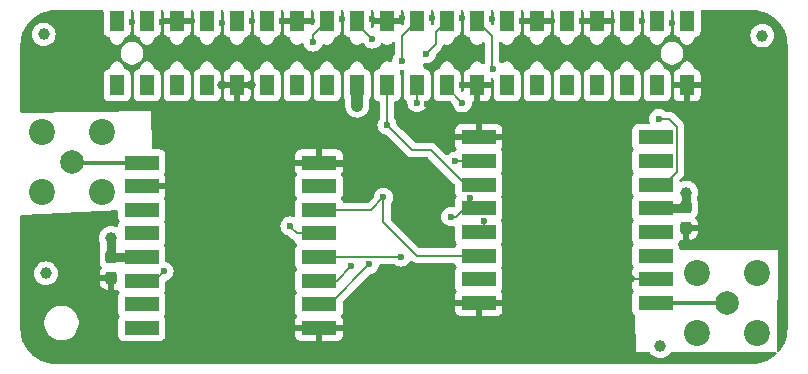
<source format=gbr>
%TF.GenerationSoftware,KiCad,Pcbnew,8.0.6*%
%TF.CreationDate,2024-11-17T19:32:38+08:00*%
%TF.ProjectId,RFM69HCW_v6,52464d36-3948-4435-975f-76362e6b6963,rev?*%
%TF.SameCoordinates,Original*%
%TF.FileFunction,Copper,L1,Top*%
%TF.FilePolarity,Positive*%
%FSLAX46Y46*%
G04 Gerber Fmt 4.6, Leading zero omitted, Abs format (unit mm)*
G04 Created by KiCad (PCBNEW 8.0.6) date 2024-11-17 19:32:38*
%MOMM*%
%LPD*%
G01*
G04 APERTURE LIST*
G04 Aperture macros list*
%AMRoundRect*
0 Rectangle with rounded corners*
0 $1 Rounding radius*
0 $2 $3 $4 $5 $6 $7 $8 $9 X,Y pos of 4 corners*
0 Add a 4 corners polygon primitive as box body*
4,1,4,$2,$3,$4,$5,$6,$7,$8,$9,$2,$3,0*
0 Add four circle primitives for the rounded corners*
1,1,$1+$1,$2,$3*
1,1,$1+$1,$4,$5*
1,1,$1+$1,$6,$7*
1,1,$1+$1,$8,$9*
0 Add four rect primitives between the rounded corners*
20,1,$1+$1,$2,$3,$4,$5,0*
20,1,$1+$1,$4,$5,$6,$7,0*
20,1,$1+$1,$6,$7,$8,$9,0*
20,1,$1+$1,$8,$9,$2,$3,0*%
G04 Aperture macros list end*
%TA.AperFunction,SMDPad,CuDef*%
%ADD10R,3.000000X1.200000*%
%TD*%
%TA.AperFunction,SMDPad,CuDef*%
%ADD11C,1.000000*%
%TD*%
%TA.AperFunction,SMDPad,CuDef*%
%ADD12R,1.270000X1.680000*%
%TD*%
%TA.AperFunction,ComponentPad*%
%ADD13C,2.000000*%
%TD*%
%TA.AperFunction,ComponentPad*%
%ADD14C,2.200000*%
%TD*%
%TA.AperFunction,SMDPad,CuDef*%
%ADD15RoundRect,0.237500X-0.237500X0.287500X-0.237500X-0.287500X0.237500X-0.287500X0.237500X0.287500X0*%
%TD*%
%TA.AperFunction,ViaPad*%
%ADD16C,0.600000*%
%TD*%
%TA.AperFunction,ViaPad*%
%ADD17C,0.800000*%
%TD*%
%TA.AperFunction,ViaPad*%
%ADD18C,1.000000*%
%TD*%
%TA.AperFunction,Conductor*%
%ADD19C,0.200000*%
%TD*%
%TA.AperFunction,Conductor*%
%ADD20C,0.300000*%
%TD*%
%TA.AperFunction,Conductor*%
%ADD21C,0.400000*%
%TD*%
%TA.AperFunction,Conductor*%
%ADD22C,0.600000*%
%TD*%
%TA.AperFunction,Conductor*%
%ADD23C,0.500000*%
%TD*%
%TA.AperFunction,Conductor*%
%ADD24C,0.800000*%
%TD*%
%TA.AperFunction,Conductor*%
%ADD25C,1.000000*%
%TD*%
G04 APERTURE END LIST*
D10*
%TO.P,REF\u002A\u002A,*%
%TO.N,GND*%
X156700000Y-103380000D03*
%TO.N,MISO*%
X156700000Y-101380000D03*
%TO.N,MOSI*%
X156700000Y-99380000D03*
%TO.N,SLCK*%
X156700000Y-97380000D03*
%TO.N,RST*%
X156700000Y-93380000D03*
%TO.N,GND*%
X156700000Y-89380000D03*
%TO.N,3v3*%
X141700000Y-97380000D03*
%TO.N,GND*%
X141700000Y-91380000D03*
%TO.N,ANT433*%
X141700000Y-89380000D03*
%TO.P,REF\u002A\u002A,DIO0*%
%TO.N,INTER433*%
X141700000Y-99380000D03*
%TO.P,REF\u002A\u002A,DIO1*%
%TO.N,N/C*%
X141700000Y-101380000D03*
%TO.P,REF\u002A\u002A,DIO2*%
X141700000Y-103380000D03*
%TO.P,REF\u002A\u002A,DIO3*%
X141700000Y-93380000D03*
%TO.P,REF\u002A\u002A,DIO4*%
X141700000Y-95380000D03*
%TO.P,REF\u002A\u002A,DIO5*%
X156700000Y-91380000D03*
%TO.P,REF\u002A\u002A,NSS*%
%TO.N,CS0*%
X156700000Y-95380000D03*
%TD*%
D11*
%TO.P,FID1,*%
%TO.N,*%
X133590000Y-98750000D03*
%TD*%
%TO.P,FID4,*%
%TO.N,*%
X194240000Y-78630000D03*
%TD*%
D12*
%TO.P,REF\u002A\u002A,*%
%TO.N,3v3*%
X159930000Y-82840000D03*
%TO.N,MOSI*%
X162470000Y-82840000D03*
%TO.N,MISO*%
X165010000Y-82840000D03*
%TO.N,SLCK*%
X167550000Y-82840000D03*
%TO.P,REF\u002A\u002A,01*%
%TO.N,5v2RPi*%
X139610000Y-77400000D03*
%TO.P,REF\u002A\u002A,03*%
X142150000Y-77400000D03*
%TO.P,REF\u002A\u002A,3v3*%
%TO.N,N/C*%
X139610000Y-82840000D03*
%TO.P,REF\u002A\u002A,04*%
X142150000Y-82840000D03*
%TO.P,REF\u002A\u002A,06*%
X144690000Y-82840000D03*
%TO.P,REF\u002A\u002A,07*%
X147230000Y-77400000D03*
%TO.P,REF\u002A\u002A,08*%
X147230000Y-82840000D03*
%TO.P,REF\u002A\u002A,09*%
X149770000Y-77400000D03*
%TO.P,REF\u002A\u002A,11*%
X152310000Y-77400000D03*
%TO.P,REF\u002A\u002A,14*%
X154850000Y-82840000D03*
%TO.P,REF\u002A\u002A,16*%
X157390000Y-82840000D03*
%TO.P,REF\u002A\u002A,27*%
X172630000Y-77400000D03*
%TO.P,REF\u002A\u002A,28*%
X172630000Y-82840000D03*
%TO.P,REF\u002A\u002A,30*%
X175170000Y-82840000D03*
%TO.P,REF\u002A\u002A,31*%
X177710000Y-77400000D03*
%TO.P,REF\u002A\u002A,32*%
X177710000Y-82840000D03*
%TO.P,REF\u002A\u002A,34*%
X180250000Y-82840000D03*
%TO.P,REF\u002A\u002A,35*%
X182790000Y-77400000D03*
%TO.P,REF\u002A\u002A,36*%
X182790000Y-82840000D03*
%TO.P,REF\u002A\u002A,37*%
X185330000Y-77400000D03*
%TO.P,REF\u002A\u002A,38*%
X185330000Y-82840000D03*
%TO.P,REF\u002A\u002A,39*%
X187870000Y-77400000D03*
%TO.P,REF\u002A\u002A,GND*%
%TO.N,GND*%
X149770000Y-82840000D03*
X170090000Y-82840000D03*
X187870000Y-82840000D03*
X144690000Y-77400000D03*
X154850000Y-77400000D03*
X162470000Y-77400000D03*
X175170000Y-77400000D03*
X180250000Y-77400000D03*
%TO.P,REF\u002A\u002A,GPIO7*%
%TO.N,CS1*%
X170090000Y-77400000D03*
%TO.P,REF\u002A\u002A,GPIO8*%
%TO.N,CS0*%
X167550000Y-77400000D03*
%TO.P,REF\u002A\u002A,GPIO17*%
%TO.N,N/C*%
X152310000Y-82840000D03*
%TO.P,REF\u002A\u002A,GPIO23*%
%TO.N,INTER433*%
X157390000Y-77400000D03*
%TO.P,REF\u002A\u002A,GPIO24*%
%TO.N,INTER915*%
X159930000Y-77400000D03*
%TO.P,REF\u002A\u002A,GPIO25*%
%TO.N,RST*%
X165010000Y-77400000D03*
%TD*%
D11*
%TO.P,FID2,*%
%TO.N,*%
X133400000Y-78530000D03*
%TD*%
D13*
%TO.P,REF\u002A\u002A,*%
%TO.N,ANT433*%
X135800000Y-89320000D03*
D14*
%TO.N,GND*%
X138340000Y-91860000D03*
%TO.P,REF\u002A\u002A,2*%
X133260000Y-86780000D03*
X133260000Y-91860000D03*
X138340000Y-86780000D03*
%TD*%
D11*
%TO.P,FID5,*%
%TO.N,*%
X185610000Y-104940000D03*
%TD*%
D10*
%TO.P,REF\u002A\u002A,*%
%TO.N,GND*%
X170220000Y-87260000D03*
%TO.N,MISO*%
X170220000Y-89260000D03*
%TO.N,MOSI*%
X170220000Y-91260000D03*
%TO.N,SLCK*%
X170220000Y-93260000D03*
%TO.N,RST*%
X170220000Y-97260000D03*
%TO.N,GND*%
X170220000Y-101260000D03*
%TO.N,3v3*%
X185220000Y-93260000D03*
%TO.N,GND*%
X185220000Y-99260000D03*
%TO.N,ANT915*%
X185220000Y-101260000D03*
%TO.P,REF\u002A\u002A,DIO0*%
%TO.N,INTER915*%
X185220000Y-91260000D03*
%TO.P,REF\u002A\u002A,DIO1*%
%TO.N,N/C*%
X185220000Y-89260000D03*
%TO.P,REF\u002A\u002A,DIO2*%
X185220000Y-87260000D03*
%TO.P,REF\u002A\u002A,DIO3*%
X185220000Y-97260000D03*
%TO.P,REF\u002A\u002A,DIO4*%
X185220000Y-95260000D03*
%TO.P,REF\u002A\u002A,DIO5*%
X170220000Y-99260000D03*
%TO.P,REF\u002A\u002A,NSS*%
%TO.N,CS1*%
X170220000Y-95260000D03*
%TD*%
D13*
%TO.P,REF\u002A\u002A,*%
%TO.N,ANT915*%
X191270000Y-101280000D03*
D14*
%TO.N,GND*%
X188730000Y-98740000D03*
%TO.P,REF\u002A\u002A,2*%
X193810000Y-103820000D03*
X193810000Y-98740000D03*
X188730000Y-103820000D03*
%TD*%
D15*
%TO.P,D1,*%
%TO.N,GND*%
X187810000Y-94927500D03*
%TO.P,D1,1*%
%TO.N,3v3*%
X187810000Y-93177500D03*
%TD*%
%TO.P,D1,*%
%TO.N,GND*%
X139110000Y-99160000D03*
%TO.P,D1,1*%
%TO.N,3v3*%
X139110000Y-97410000D03*
%TD*%
D16*
%TO.N,GND*%
X139690000Y-105950000D03*
X155650000Y-85940000D03*
X187220000Y-105920000D03*
X172610000Y-101770000D03*
X195870000Y-99860000D03*
X184060000Y-77420000D03*
X153690000Y-105950000D03*
D17*
X149790000Y-84560000D03*
D16*
X145920000Y-77390000D03*
X169750000Y-102820000D03*
X183690000Y-105950000D03*
X192660000Y-85750000D03*
X148510000Y-77540000D03*
X195870000Y-83860000D03*
X153600000Y-86010000D03*
X193660000Y-89480000D03*
X193670000Y-105990000D03*
X143880000Y-84440000D03*
X161689999Y-105950000D03*
X159190000Y-103950000D03*
X181520000Y-77390000D03*
X168850000Y-82840000D03*
X143690000Y-105950000D03*
X145690000Y-105950000D03*
X170110000Y-84280000D03*
X141880000Y-84440000D03*
X131870000Y-80840000D03*
X195870000Y-89860000D03*
X177690000Y-105950000D03*
X139090000Y-100385000D03*
X189520000Y-106000000D03*
X190860000Y-91880000D03*
X170700000Y-102810000D03*
X195870000Y-97860000D03*
X137100001Y-77070000D03*
X147690000Y-105950000D03*
X177880000Y-84440000D03*
X171340000Y-77200000D03*
X167690000Y-105950000D03*
X167480000Y-84390000D03*
X157690000Y-105950000D03*
X151690000Y-105950000D03*
X188090000Y-84710000D03*
X169690000Y-105950000D03*
X195870000Y-91860000D03*
X181530000Y-79220000D03*
X172430000Y-87920000D03*
X163690000Y-105950000D03*
X194760000Y-88550000D03*
X172650000Y-84690000D03*
X187830000Y-96050000D03*
X195870000Y-93859999D03*
X193710000Y-90530000D03*
X172610000Y-100510000D03*
X158310000Y-86030000D03*
X165880000Y-84440000D03*
X141690000Y-105950000D03*
X153600000Y-77370000D03*
X131870000Y-84840000D03*
X195870000Y-95860000D03*
X163720000Y-77180000D03*
X172470000Y-86500000D03*
X195590000Y-84970000D03*
X131870000Y-96840000D03*
X195870000Y-85860000D03*
X149270000Y-85900000D03*
X195870000Y-87860000D03*
D17*
X150980000Y-82840000D03*
D16*
X166250000Y-77110000D03*
X188680000Y-88230000D03*
X131870000Y-78839999D03*
X167900000Y-87870000D03*
X165690000Y-105950000D03*
X158930000Y-89380000D03*
X182790000Y-98600000D03*
X179880000Y-84440000D03*
X154360000Y-102670000D03*
X181690000Y-84510000D03*
X179690000Y-105950000D03*
X133850000Y-76970000D03*
X155690000Y-105950000D03*
X195900000Y-79090000D03*
X151040000Y-77390000D03*
X143450000Y-77440000D03*
X186610000Y-77540000D03*
X149689999Y-105950000D03*
X168830000Y-80530000D03*
X178950000Y-77390000D03*
X190630000Y-89680000D03*
X195870000Y-81859999D03*
X140890000Y-77510000D03*
X189730000Y-83370000D03*
X195870000Y-101860000D03*
D17*
X148480000Y-82830000D03*
D16*
X131870000Y-94840000D03*
X137689999Y-105950000D03*
X175690000Y-105950000D03*
X193260000Y-77080000D03*
X143860000Y-91380000D03*
X167690000Y-101870000D03*
X189730000Y-82110000D03*
X135390000Y-77080000D03*
X131870000Y-98840000D03*
X154350000Y-103960000D03*
X167710000Y-100670000D03*
X158630000Y-77250000D03*
X156690000Y-104980000D03*
X181690000Y-105950000D03*
X175200000Y-84550000D03*
X131830000Y-82850000D03*
X168830000Y-77130000D03*
X176420000Y-77380000D03*
X161200000Y-77230000D03*
X191530000Y-105980000D03*
X195790000Y-88880000D03*
X182790000Y-99860000D03*
X191840001Y-76980000D03*
X168830000Y-79270000D03*
X195920000Y-103760000D03*
X160510000Y-86050000D03*
X167900000Y-86610000D03*
X147880000Y-84440000D03*
X189610000Y-85900000D03*
X145880000Y-84440000D03*
X189840000Y-76980000D03*
X185880000Y-84440000D03*
X159010000Y-88100000D03*
X156110000Y-77380000D03*
X131870000Y-100840000D03*
X159150000Y-102580000D03*
X173689999Y-105950000D03*
X178950000Y-79160000D03*
X159690000Y-105950000D03*
X173880000Y-77390000D03*
X139879999Y-84440000D03*
X183880000Y-84440000D03*
X171690000Y-105950000D03*
D18*
%TO.N,3v3*%
X159950000Y-84560000D03*
X139110000Y-95780000D03*
X187810000Y-91920000D03*
D16*
%TO.N,MOSI*%
X159450000Y-98140000D03*
X162470000Y-86210000D03*
%TO.N,MISO*%
X165010000Y-84310000D03*
X160980000Y-97990000D03*
X168240000Y-89260000D03*
%TO.N,SLCK*%
X169470000Y-92360002D03*
X167870000Y-93970000D03*
X163680000Y-97370000D03*
X168850000Y-84330000D03*
%TO.N,CS0*%
X165810000Y-80150000D03*
X154260000Y-94750000D03*
%TO.N,RST*%
X163740000Y-80750000D03*
X162165000Y-92335000D03*
%TO.N,INTER433*%
X156200000Y-79170000D03*
X143582500Y-98592500D03*
%TO.N,CS1*%
X170690000Y-94360002D03*
X171430000Y-81430000D03*
%TO.N,INTER915*%
X161220000Y-78930000D03*
X185460000Y-85680000D03*
%TD*%
D19*
%TO.N,GND*%
X143450000Y-77440000D02*
X143490000Y-77400000D01*
X185220000Y-99260000D02*
X183450000Y-99260000D01*
X170220000Y-87260000D02*
X168700000Y-87260000D01*
D20*
X193150000Y-99260000D02*
X193690000Y-98720000D01*
D21*
X139110000Y-99160000D02*
X139110000Y-100365000D01*
D19*
X187830000Y-96050000D02*
X187830000Y-94947500D01*
D22*
X158930000Y-89380000D02*
X156700000Y-89380000D01*
D23*
X143860000Y-91380000D02*
X141700000Y-91380000D01*
D22*
X187870000Y-83025000D02*
X187870000Y-83280000D01*
D19*
X183450000Y-99260000D02*
X182790000Y-98600000D01*
X187830000Y-94947500D02*
X187810000Y-94927500D01*
D20*
X133770000Y-91380000D02*
X133230000Y-91920000D01*
D19*
X162270000Y-77600000D02*
X162190000Y-77520000D01*
D22*
X187870000Y-83300000D02*
X187870000Y-83025000D01*
D19*
%TO.N,ANT433*%
X135670000Y-89380000D02*
X135650000Y-89360000D01*
D20*
X141700000Y-89380000D02*
X135670000Y-89380000D01*
D24*
%TO.N,3v3*%
X139110000Y-95780000D02*
X139110000Y-97455000D01*
X187810000Y-93177500D02*
X187810000Y-91920000D01*
X139110000Y-97455000D02*
X139120000Y-97465000D01*
X185220000Y-93260000D02*
X187715000Y-93260000D01*
D25*
X159950000Y-84560000D02*
X159950000Y-82860000D01*
D19*
X187715000Y-93260000D02*
X187790000Y-93185000D01*
X159950000Y-82860000D02*
X159930000Y-82840000D01*
D24*
X141700000Y-97380000D02*
X139205000Y-97380000D01*
D19*
X139120000Y-97465000D02*
X139205000Y-97380000D01*
%TO.N,MOSI*%
X169130000Y-91260000D02*
X170220000Y-91260000D01*
X166180000Y-88310000D02*
X169130000Y-91260000D01*
X162470000Y-83090000D02*
X162470000Y-83160000D01*
X156700000Y-99380000D02*
X158210000Y-99380000D01*
X158210000Y-99380000D02*
X159450000Y-98140000D01*
X164590000Y-88310000D02*
X166180000Y-88310000D01*
X162490000Y-86210000D02*
X162470000Y-86210000D01*
X164590000Y-88310000D02*
X162490000Y-86210000D01*
X162470000Y-82840000D02*
X162470000Y-86210000D01*
%TO.N,MISO*%
X157600000Y-101380000D02*
X160980000Y-98000000D01*
X156700000Y-101380000D02*
X157600000Y-101380000D01*
X170220000Y-89260000D02*
X168240000Y-89260000D01*
X165010000Y-82840000D02*
X165010000Y-84310000D01*
X160980000Y-98000000D02*
X160980000Y-97990000D01*
X171120000Y-89260000D02*
X170220000Y-89260000D01*
%TO.N,SLCK*%
X163680000Y-97370000D02*
X163670000Y-97380000D01*
X163670000Y-97380000D02*
X156700000Y-97380000D01*
X168850000Y-84320000D02*
X167460000Y-82930000D01*
X168340000Y-93970000D02*
X169050000Y-93260000D01*
X167870000Y-93970000D02*
X168340000Y-93970000D01*
X169470000Y-92510000D02*
X170220000Y-93260000D01*
X169050000Y-93260000D02*
X170220000Y-93260000D01*
X169470000Y-92360002D02*
X169470000Y-92510000D01*
X168850000Y-84330000D02*
X168850000Y-84320000D01*
%TO.N,CS0*%
X154810000Y-95380000D02*
X156700000Y-95380000D01*
X165810000Y-80150000D02*
X166580000Y-79380000D01*
X154810000Y-95380000D02*
X154260000Y-94830000D01*
X154260000Y-94830000D02*
X154260000Y-94750000D01*
X166580000Y-78370000D02*
X167550000Y-77400000D01*
X166580000Y-79380000D02*
X166580000Y-78370000D01*
%TO.N,RST*%
X163740000Y-80750000D02*
X163740000Y-78670000D01*
X165000000Y-97260000D02*
X170220000Y-97260000D01*
X162165000Y-94425000D02*
X165000000Y-97260000D01*
X162165000Y-92335000D02*
X161120000Y-93380000D01*
X162165000Y-92335000D02*
X162165000Y-94425000D01*
X161120000Y-93380000D02*
X156700000Y-93380000D01*
X163740000Y-78670000D02*
X165010000Y-77400000D01*
%TO.N,INTER433*%
X156200000Y-78590000D02*
X157390000Y-77400000D01*
X143582500Y-98592500D02*
X142795000Y-99380000D01*
X156200000Y-79170000D02*
X156200000Y-78590000D01*
X142795000Y-99380000D02*
X141700000Y-99380000D01*
%TO.N,CS1*%
X171430000Y-81430000D02*
X171350000Y-81350000D01*
X171350000Y-81350000D02*
X171350000Y-78660000D01*
X170690000Y-94790000D02*
X170220000Y-95260000D01*
X170690000Y-94360002D02*
X170690000Y-94790000D01*
X171430000Y-81430000D02*
X171580000Y-81280000D01*
X171350000Y-78660000D02*
X170090000Y-77400000D01*
D20*
%TO.N,ANT915*%
X185220000Y-101260000D02*
X191250000Y-101260000D01*
D19*
X191250000Y-101260000D02*
X191270000Y-101280000D01*
%TO.N,INTER915*%
X185460000Y-85680000D02*
X186340000Y-85680000D01*
X187020000Y-90160000D02*
X185920000Y-91260000D01*
X185920000Y-91260000D02*
X185220000Y-91260000D01*
X186340000Y-85680000D02*
X187020000Y-86360000D01*
X187020000Y-86360000D02*
X187020000Y-90160000D01*
X161220000Y-78930000D02*
X159930000Y-77640000D01*
X159930000Y-77640000D02*
X159930000Y-77400000D01*
%TD*%
%TA.AperFunction,Conductor*%
%TO.N,GND*%
G36*
X138408621Y-76490502D02*
G01*
X138455114Y-76544158D01*
X138466500Y-76596500D01*
X138466500Y-78288649D01*
X138473009Y-78349196D01*
X138473011Y-78349204D01*
X138524110Y-78486202D01*
X138524112Y-78486207D01*
X138611738Y-78603261D01*
X138728792Y-78690887D01*
X138728794Y-78690888D01*
X138728796Y-78690889D01*
X138787875Y-78712924D01*
X138865795Y-78741988D01*
X138865803Y-78741990D01*
X138929717Y-78748861D01*
X138929596Y-78749984D01*
X138992167Y-78772038D01*
X139035738Y-78828092D01*
X139044500Y-78874259D01*
X139044500Y-78924448D01*
X139044499Y-78924448D01*
X139083037Y-79068272D01*
X139083040Y-79068279D01*
X139157484Y-79197221D01*
X139157492Y-79197231D01*
X139262768Y-79302507D01*
X139262773Y-79302511D01*
X139262775Y-79302513D01*
X139262776Y-79302514D01*
X139262778Y-79302515D01*
X139339057Y-79346554D01*
X139391725Y-79376962D01*
X139535550Y-79415500D01*
X139535552Y-79415500D01*
X139684448Y-79415500D01*
X139684450Y-79415500D01*
X139828275Y-79376962D01*
X139957225Y-79302513D01*
X140062513Y-79197225D01*
X140136962Y-79068275D01*
X140175500Y-78924450D01*
X140175500Y-78874259D01*
X140195502Y-78806138D01*
X140249158Y-78759645D01*
X140290354Y-78749527D01*
X140290283Y-78748861D01*
X140354196Y-78741990D01*
X140354199Y-78741989D01*
X140354201Y-78741989D01*
X140491204Y-78690889D01*
X140491799Y-78690444D01*
X140608261Y-78603261D01*
X140695887Y-78486207D01*
X140695887Y-78486206D01*
X140695889Y-78486204D01*
X140746989Y-78349201D01*
X140748638Y-78333868D01*
X140753499Y-78288649D01*
X140753500Y-78288632D01*
X140753500Y-76596500D01*
X140773502Y-76528379D01*
X140827158Y-76481886D01*
X140879500Y-76470500D01*
X140880500Y-76470500D01*
X140948621Y-76490502D01*
X140995114Y-76544158D01*
X141006500Y-76596500D01*
X141006500Y-78288649D01*
X141013009Y-78349196D01*
X141013011Y-78349204D01*
X141064110Y-78486202D01*
X141064112Y-78486207D01*
X141151738Y-78603261D01*
X141268792Y-78690887D01*
X141268794Y-78690888D01*
X141268796Y-78690889D01*
X141327875Y-78712924D01*
X141405795Y-78741988D01*
X141405803Y-78741990D01*
X141469717Y-78748861D01*
X141469596Y-78749984D01*
X141532167Y-78772038D01*
X141575738Y-78828092D01*
X141584500Y-78874259D01*
X141584500Y-78924448D01*
X141584499Y-78924448D01*
X141623037Y-79068272D01*
X141623040Y-79068279D01*
X141697484Y-79197221D01*
X141697492Y-79197231D01*
X141802768Y-79302507D01*
X141802773Y-79302511D01*
X141802775Y-79302513D01*
X141802776Y-79302514D01*
X141802778Y-79302515D01*
X141879057Y-79346554D01*
X141931725Y-79376962D01*
X142075550Y-79415500D01*
X142075552Y-79415500D01*
X142224448Y-79415500D01*
X142224450Y-79415500D01*
X142368275Y-79376962D01*
X142497225Y-79302513D01*
X142602513Y-79197225D01*
X142676962Y-79068275D01*
X142715500Y-78924450D01*
X142715500Y-78874259D01*
X142735502Y-78806138D01*
X142789158Y-78759645D01*
X142830354Y-78749527D01*
X142830283Y-78748861D01*
X142894196Y-78741990D01*
X142894199Y-78741989D01*
X142894201Y-78741989D01*
X143031204Y-78690889D01*
X143031799Y-78690444D01*
X143148261Y-78603261D01*
X143235887Y-78486207D01*
X143235887Y-78486206D01*
X143235889Y-78486204D01*
X143286989Y-78349201D01*
X143288638Y-78333868D01*
X143293499Y-78288649D01*
X143293500Y-78288632D01*
X143293500Y-78288597D01*
X143547000Y-78288597D01*
X143553505Y-78349093D01*
X143604555Y-78485964D01*
X143604555Y-78485965D01*
X143692095Y-78602904D01*
X143809034Y-78690444D01*
X143945906Y-78741494D01*
X144009766Y-78748361D01*
X144009644Y-78749491D01*
X144072190Y-78771553D01*
X144115748Y-78827617D01*
X144124500Y-78873757D01*
X144124500Y-78924448D01*
X144124499Y-78924448D01*
X144163037Y-79068272D01*
X144163040Y-79068279D01*
X144237484Y-79197221D01*
X144237492Y-79197231D01*
X144342768Y-79302507D01*
X144342773Y-79302511D01*
X144342775Y-79302513D01*
X144342776Y-79302514D01*
X144342778Y-79302515D01*
X144419057Y-79346554D01*
X144471725Y-79376962D01*
X144615550Y-79415500D01*
X144615552Y-79415500D01*
X144764448Y-79415500D01*
X144764450Y-79415500D01*
X144908275Y-79376962D01*
X145037225Y-79302513D01*
X145142513Y-79197225D01*
X145216962Y-79068275D01*
X145255500Y-78924450D01*
X145255500Y-78873757D01*
X145275502Y-78805636D01*
X145329158Y-78759143D01*
X145370306Y-78749032D01*
X145370234Y-78748361D01*
X145434093Y-78741494D01*
X145570964Y-78690444D01*
X145570965Y-78690444D01*
X145687904Y-78602904D01*
X145775444Y-78485965D01*
X145775444Y-78485964D01*
X145826494Y-78349093D01*
X145832999Y-78288597D01*
X145833000Y-78288585D01*
X145833000Y-77654000D01*
X143547000Y-77654000D01*
X143547000Y-78288597D01*
X143293500Y-78288597D01*
X143293500Y-76596500D01*
X143313502Y-76528379D01*
X143367158Y-76481886D01*
X143419500Y-76470500D01*
X143421000Y-76470500D01*
X143489121Y-76490502D01*
X143535614Y-76544158D01*
X143547000Y-76596500D01*
X143547000Y-77146000D01*
X145833000Y-77146000D01*
X145833000Y-76596500D01*
X145853002Y-76528379D01*
X145906658Y-76481886D01*
X145959000Y-76470500D01*
X145960500Y-76470500D01*
X146028621Y-76490502D01*
X146075114Y-76544158D01*
X146086500Y-76596500D01*
X146086500Y-78288649D01*
X146093009Y-78349196D01*
X146093011Y-78349204D01*
X146144110Y-78486202D01*
X146144112Y-78486207D01*
X146231738Y-78603261D01*
X146348792Y-78690887D01*
X146348794Y-78690888D01*
X146348796Y-78690889D01*
X146407875Y-78712924D01*
X146485795Y-78741988D01*
X146485803Y-78741990D01*
X146549717Y-78748861D01*
X146549596Y-78749984D01*
X146612167Y-78772038D01*
X146655738Y-78828092D01*
X146664500Y-78874259D01*
X146664500Y-78924448D01*
X146664499Y-78924448D01*
X146703037Y-79068272D01*
X146703040Y-79068279D01*
X146777484Y-79197221D01*
X146777492Y-79197231D01*
X146882768Y-79302507D01*
X146882773Y-79302511D01*
X146882775Y-79302513D01*
X146882776Y-79302514D01*
X146882778Y-79302515D01*
X146959057Y-79346554D01*
X147011725Y-79376962D01*
X147155550Y-79415500D01*
X147155552Y-79415500D01*
X147304448Y-79415500D01*
X147304450Y-79415500D01*
X147448275Y-79376962D01*
X147577225Y-79302513D01*
X147682513Y-79197225D01*
X147756962Y-79068275D01*
X147795500Y-78924450D01*
X147795500Y-78874259D01*
X147815502Y-78806138D01*
X147869158Y-78759645D01*
X147910354Y-78749527D01*
X147910283Y-78748861D01*
X147974196Y-78741990D01*
X147974199Y-78741989D01*
X147974201Y-78741989D01*
X148111204Y-78690889D01*
X148111799Y-78690444D01*
X148228261Y-78603261D01*
X148315887Y-78486207D01*
X148315887Y-78486206D01*
X148315889Y-78486204D01*
X148366989Y-78349201D01*
X148368638Y-78333868D01*
X148373499Y-78288649D01*
X148373500Y-78288632D01*
X148373500Y-76596500D01*
X148393502Y-76528379D01*
X148447158Y-76481886D01*
X148499500Y-76470500D01*
X148500500Y-76470500D01*
X148568621Y-76490502D01*
X148615114Y-76544158D01*
X148626500Y-76596500D01*
X148626500Y-78288649D01*
X148633009Y-78349196D01*
X148633011Y-78349204D01*
X148684110Y-78486202D01*
X148684112Y-78486207D01*
X148771738Y-78603261D01*
X148888792Y-78690887D01*
X148888794Y-78690888D01*
X148888796Y-78690889D01*
X148947875Y-78712924D01*
X149025795Y-78741988D01*
X149025803Y-78741990D01*
X149089717Y-78748861D01*
X149089596Y-78749984D01*
X149152167Y-78772038D01*
X149195738Y-78828092D01*
X149204500Y-78874259D01*
X149204500Y-78924448D01*
X149204499Y-78924448D01*
X149243037Y-79068272D01*
X149243040Y-79068279D01*
X149317484Y-79197221D01*
X149317492Y-79197231D01*
X149422768Y-79302507D01*
X149422773Y-79302511D01*
X149422775Y-79302513D01*
X149422776Y-79302514D01*
X149422778Y-79302515D01*
X149499057Y-79346554D01*
X149551725Y-79376962D01*
X149695550Y-79415500D01*
X149695552Y-79415500D01*
X149844448Y-79415500D01*
X149844450Y-79415500D01*
X149988275Y-79376962D01*
X150117225Y-79302513D01*
X150222513Y-79197225D01*
X150296962Y-79068275D01*
X150335500Y-78924450D01*
X150335500Y-78874259D01*
X150355502Y-78806138D01*
X150409158Y-78759645D01*
X150450354Y-78749527D01*
X150450283Y-78748861D01*
X150514196Y-78741990D01*
X150514199Y-78741989D01*
X150514201Y-78741989D01*
X150651204Y-78690889D01*
X150651799Y-78690444D01*
X150768261Y-78603261D01*
X150855887Y-78486207D01*
X150855887Y-78486206D01*
X150855889Y-78486204D01*
X150906989Y-78349201D01*
X150908638Y-78333868D01*
X150913499Y-78288649D01*
X150913500Y-78288632D01*
X150913500Y-76596500D01*
X150933502Y-76528379D01*
X150987158Y-76481886D01*
X151039500Y-76470500D01*
X151040500Y-76470500D01*
X151108621Y-76490502D01*
X151155114Y-76544158D01*
X151166500Y-76596500D01*
X151166500Y-78288649D01*
X151173009Y-78349196D01*
X151173011Y-78349204D01*
X151224110Y-78486202D01*
X151224112Y-78486207D01*
X151311738Y-78603261D01*
X151428792Y-78690887D01*
X151428794Y-78690888D01*
X151428796Y-78690889D01*
X151487875Y-78712924D01*
X151565795Y-78741988D01*
X151565803Y-78741990D01*
X151629717Y-78748861D01*
X151629596Y-78749984D01*
X151692167Y-78772038D01*
X151735738Y-78828092D01*
X151744500Y-78874259D01*
X151744500Y-78924448D01*
X151744499Y-78924448D01*
X151783037Y-79068272D01*
X151783040Y-79068279D01*
X151857484Y-79197221D01*
X151857492Y-79197231D01*
X151962768Y-79302507D01*
X151962773Y-79302511D01*
X151962775Y-79302513D01*
X151962776Y-79302514D01*
X151962778Y-79302515D01*
X152039057Y-79346554D01*
X152091725Y-79376962D01*
X152235550Y-79415500D01*
X152235552Y-79415500D01*
X152384448Y-79415500D01*
X152384450Y-79415500D01*
X152528275Y-79376962D01*
X152657225Y-79302513D01*
X152762513Y-79197225D01*
X152836962Y-79068275D01*
X152875500Y-78924450D01*
X152875500Y-78874259D01*
X152895502Y-78806138D01*
X152949158Y-78759645D01*
X152990354Y-78749527D01*
X152990283Y-78748861D01*
X153054196Y-78741990D01*
X153054199Y-78741989D01*
X153054201Y-78741989D01*
X153191204Y-78690889D01*
X153191799Y-78690444D01*
X153308261Y-78603261D01*
X153395887Y-78486207D01*
X153395887Y-78486206D01*
X153395889Y-78486204D01*
X153446989Y-78349201D01*
X153448638Y-78333868D01*
X153453499Y-78288649D01*
X153453500Y-78288632D01*
X153453500Y-76596500D01*
X153473502Y-76528379D01*
X153527158Y-76481886D01*
X153579500Y-76470500D01*
X153581000Y-76470500D01*
X153649121Y-76490502D01*
X153695614Y-76544158D01*
X153707000Y-76596500D01*
X153707000Y-77146000D01*
X155993000Y-77146000D01*
X155993000Y-76596500D01*
X156013002Y-76528379D01*
X156066658Y-76481886D01*
X156119000Y-76470500D01*
X156120500Y-76470500D01*
X156188621Y-76490502D01*
X156235114Y-76544158D01*
X156246500Y-76596500D01*
X156246500Y-77630761D01*
X156226498Y-77698882D01*
X156209595Y-77719856D01*
X156208095Y-77721356D01*
X156145783Y-77755382D01*
X156074968Y-77750317D01*
X156018132Y-77707770D01*
X156001095Y-77662094D01*
X155993001Y-77654000D01*
X153707000Y-77654000D01*
X153707000Y-78288597D01*
X153713505Y-78349093D01*
X153764555Y-78485964D01*
X153764555Y-78485965D01*
X153852095Y-78602904D01*
X153969034Y-78690444D01*
X154105906Y-78741494D01*
X154169766Y-78748361D01*
X154169644Y-78749491D01*
X154232190Y-78771553D01*
X154275748Y-78827617D01*
X154284500Y-78873757D01*
X154284500Y-78924448D01*
X154284499Y-78924448D01*
X154323037Y-79068272D01*
X154323040Y-79068279D01*
X154397484Y-79197221D01*
X154397492Y-79197231D01*
X154502768Y-79302507D01*
X154502773Y-79302511D01*
X154502775Y-79302513D01*
X154502776Y-79302514D01*
X154502778Y-79302515D01*
X154579057Y-79346554D01*
X154631725Y-79376962D01*
X154775550Y-79415500D01*
X154775552Y-79415500D01*
X154924448Y-79415500D01*
X154924450Y-79415500D01*
X155068275Y-79376962D01*
X155197225Y-79302513D01*
X155198083Y-79301654D01*
X155198983Y-79301162D01*
X155203777Y-79297485D01*
X155204350Y-79298232D01*
X155260391Y-79267626D01*
X155331207Y-79272686D01*
X155388046Y-79315228D01*
X155406112Y-79349130D01*
X155466957Y-79523015D01*
X155466958Y-79523018D01*
X155563887Y-79677279D01*
X155563888Y-79677281D01*
X155692718Y-79806111D01*
X155692720Y-79806112D01*
X155846981Y-79903041D01*
X155846982Y-79903041D01*
X155846985Y-79903043D01*
X156018953Y-79963217D01*
X156200000Y-79983616D01*
X156381047Y-79963217D01*
X156553015Y-79903043D01*
X156707281Y-79806111D01*
X156836111Y-79677281D01*
X156933043Y-79523015D01*
X156965448Y-79430405D01*
X157006825Y-79372717D01*
X157072825Y-79346554D01*
X157142492Y-79360226D01*
X157147370Y-79362901D01*
X157171725Y-79376962D01*
X157315550Y-79415500D01*
X157315552Y-79415500D01*
X157464448Y-79415500D01*
X157464450Y-79415500D01*
X157608275Y-79376962D01*
X157737225Y-79302513D01*
X157842513Y-79197225D01*
X157916962Y-79068275D01*
X157955500Y-78924450D01*
X157955500Y-78874259D01*
X157975502Y-78806138D01*
X158029158Y-78759645D01*
X158070354Y-78749527D01*
X158070283Y-78748861D01*
X158134196Y-78741990D01*
X158134199Y-78741989D01*
X158134201Y-78741989D01*
X158271204Y-78690889D01*
X158271799Y-78690444D01*
X158388261Y-78603261D01*
X158475887Y-78486207D01*
X158475887Y-78486206D01*
X158475889Y-78486204D01*
X158526989Y-78349201D01*
X158528638Y-78333868D01*
X158533499Y-78288649D01*
X158533500Y-78288632D01*
X158533500Y-76596500D01*
X158553502Y-76528379D01*
X158607158Y-76481886D01*
X158659500Y-76470500D01*
X158660500Y-76470500D01*
X158728621Y-76490502D01*
X158775114Y-76544158D01*
X158786500Y-76596500D01*
X158786500Y-78288649D01*
X158793009Y-78349196D01*
X158793011Y-78349204D01*
X158844110Y-78486202D01*
X158844112Y-78486207D01*
X158931738Y-78603261D01*
X159048792Y-78690887D01*
X159048794Y-78690888D01*
X159048796Y-78690889D01*
X159107875Y-78712924D01*
X159185795Y-78741988D01*
X159185803Y-78741990D01*
X159249717Y-78748861D01*
X159249596Y-78749984D01*
X159312167Y-78772038D01*
X159355738Y-78828092D01*
X159364500Y-78874259D01*
X159364500Y-78924448D01*
X159364499Y-78924448D01*
X159403037Y-79068272D01*
X159403040Y-79068279D01*
X159477484Y-79197221D01*
X159477492Y-79197231D01*
X159582768Y-79302507D01*
X159582773Y-79302511D01*
X159582775Y-79302513D01*
X159582776Y-79302514D01*
X159582778Y-79302515D01*
X159659057Y-79346554D01*
X159711725Y-79376962D01*
X159855550Y-79415500D01*
X159855552Y-79415500D01*
X160004448Y-79415500D01*
X160004450Y-79415500D01*
X160148275Y-79376962D01*
X160277225Y-79302513D01*
X160301827Y-79277910D01*
X160364137Y-79243886D01*
X160434953Y-79248950D01*
X160491789Y-79291495D01*
X160497609Y-79299970D01*
X160583887Y-79437279D01*
X160583888Y-79437281D01*
X160712718Y-79566111D01*
X160712720Y-79566112D01*
X160866981Y-79663041D01*
X160866982Y-79663041D01*
X160866985Y-79663043D01*
X161038953Y-79723217D01*
X161220000Y-79743616D01*
X161401047Y-79723217D01*
X161573015Y-79663043D01*
X161727281Y-79566111D01*
X161856111Y-79437281D01*
X161926955Y-79324532D01*
X161980131Y-79277497D01*
X162050298Y-79266676D01*
X162115177Y-79295508D01*
X162122736Y-79302475D01*
X162122768Y-79302507D01*
X162122773Y-79302511D01*
X162122775Y-79302513D01*
X162122776Y-79302514D01*
X162122778Y-79302515D01*
X162199057Y-79346554D01*
X162251725Y-79376962D01*
X162395550Y-79415500D01*
X162395552Y-79415500D01*
X162544448Y-79415500D01*
X162544450Y-79415500D01*
X162688275Y-79376962D01*
X162817225Y-79302513D01*
X162859784Y-79259954D01*
X162916405Y-79203334D01*
X162978717Y-79169308D01*
X163049532Y-79174373D01*
X163106368Y-79216920D01*
X163131179Y-79283440D01*
X163131500Y-79292429D01*
X163131500Y-80164006D01*
X163111498Y-80232127D01*
X163104008Y-80242570D01*
X163103883Y-80242725D01*
X163006958Y-80396981D01*
X163006957Y-80396984D01*
X162969855Y-80503018D01*
X162946783Y-80568953D01*
X162926862Y-80745761D01*
X162926384Y-80750001D01*
X162928628Y-80769919D01*
X162916378Y-80839851D01*
X162868264Y-80892058D01*
X162799563Y-80909966D01*
X162740420Y-80893144D01*
X162688279Y-80863040D01*
X162688276Y-80863039D01*
X162688275Y-80863038D01*
X162688273Y-80863037D01*
X162688272Y-80863037D01*
X162649735Y-80852711D01*
X162544450Y-80824500D01*
X162395550Y-80824500D01*
X162338260Y-80839851D01*
X162251727Y-80863037D01*
X162251720Y-80863040D01*
X162122778Y-80937484D01*
X162122768Y-80937492D01*
X162017492Y-81042768D01*
X162017484Y-81042778D01*
X161943040Y-81171720D01*
X161943037Y-81171727D01*
X161904500Y-81315551D01*
X161904500Y-81365740D01*
X161884498Y-81433861D01*
X161830842Y-81480354D01*
X161789646Y-81490480D01*
X161789717Y-81491139D01*
X161725803Y-81498009D01*
X161725795Y-81498011D01*
X161588797Y-81549110D01*
X161588792Y-81549112D01*
X161471738Y-81636738D01*
X161384112Y-81753792D01*
X161384110Y-81753797D01*
X161333011Y-81890795D01*
X161333009Y-81890803D01*
X161326500Y-81951350D01*
X161326500Y-83728649D01*
X161333009Y-83789196D01*
X161333011Y-83789204D01*
X161384110Y-83926202D01*
X161384112Y-83926207D01*
X161471738Y-84043261D01*
X161588792Y-84130887D01*
X161588794Y-84130888D01*
X161588796Y-84130889D01*
X161600368Y-84135205D01*
X161725795Y-84181988D01*
X161725798Y-84181988D01*
X161725799Y-84181989D01*
X161725804Y-84181990D01*
X161748966Y-84184480D01*
X161814559Y-84211648D01*
X161855051Y-84269965D01*
X161861500Y-84309758D01*
X161861500Y-85624006D01*
X161841498Y-85692127D01*
X161834008Y-85702570D01*
X161833883Y-85702725D01*
X161736958Y-85856981D01*
X161736957Y-85856984D01*
X161676785Y-86028948D01*
X161676783Y-86028953D01*
X161656384Y-86210000D01*
X161676783Y-86391047D01*
X161676783Y-86391049D01*
X161676784Y-86391050D01*
X161736957Y-86563015D01*
X161736958Y-86563018D01*
X161833887Y-86717279D01*
X161833888Y-86717281D01*
X161962718Y-86846111D01*
X161962720Y-86846112D01*
X162116981Y-86943041D01*
X162116982Y-86943041D01*
X162116985Y-86943043D01*
X162288953Y-87003217D01*
X162395836Y-87015259D01*
X162461288Y-87042763D01*
X162470823Y-87051372D01*
X164103078Y-88683627D01*
X164103079Y-88683628D01*
X164216372Y-88796921D01*
X164355128Y-88877032D01*
X164509889Y-88918500D01*
X164670110Y-88918500D01*
X165875761Y-88918500D01*
X165943882Y-88938502D01*
X165964856Y-88955405D01*
X168174595Y-91165144D01*
X168208621Y-91227456D01*
X168211500Y-91254239D01*
X168211500Y-91908649D01*
X168218009Y-91969196D01*
X168218011Y-91969204D01*
X168269110Y-92106202D01*
X168269113Y-92106207D01*
X168327715Y-92184491D01*
X168352526Y-92251011D01*
X168337434Y-92320386D01*
X168327715Y-92335509D01*
X168269113Y-92413792D01*
X168269110Y-92413797D01*
X168218011Y-92550795D01*
X168218009Y-92550803D01*
X168211500Y-92611350D01*
X168211500Y-93055406D01*
X168191498Y-93123527D01*
X168137842Y-93170020D01*
X168067568Y-93180124D01*
X168057461Y-93178247D01*
X168051044Y-93176782D01*
X167870000Y-93156384D01*
X167688953Y-93176783D01*
X167688950Y-93176783D01*
X167688949Y-93176784D01*
X167516984Y-93236957D01*
X167516981Y-93236958D01*
X167362720Y-93333887D01*
X167362718Y-93333888D01*
X167233888Y-93462718D01*
X167233887Y-93462720D01*
X167136958Y-93616981D01*
X167136957Y-93616984D01*
X167079475Y-93781260D01*
X167076783Y-93788953D01*
X167056384Y-93970000D01*
X167076783Y-94151047D01*
X167076783Y-94151049D01*
X167076784Y-94151050D01*
X167136957Y-94323015D01*
X167136958Y-94323018D01*
X167233887Y-94477279D01*
X167233888Y-94477281D01*
X167362718Y-94606111D01*
X167362720Y-94606112D01*
X167516981Y-94703041D01*
X167516982Y-94703041D01*
X167516985Y-94703043D01*
X167688953Y-94763217D01*
X167870000Y-94783616D01*
X168051047Y-94763217D01*
X168051058Y-94763212D01*
X168057461Y-94761752D01*
X168128325Y-94766094D01*
X168185592Y-94808058D01*
X168211081Y-94874321D01*
X168211500Y-94884593D01*
X168211500Y-95908649D01*
X168218009Y-95969196D01*
X168218011Y-95969204D01*
X168269110Y-96106202D01*
X168269113Y-96106207D01*
X168327715Y-96184491D01*
X168352526Y-96251011D01*
X168337434Y-96320386D01*
X168327715Y-96335509D01*
X168269113Y-96413792D01*
X168269110Y-96413797D01*
X168218010Y-96550799D01*
X168217141Y-96554478D01*
X168215683Y-96557036D01*
X168215256Y-96558184D01*
X168215070Y-96558114D01*
X168182009Y-96616173D01*
X168119099Y-96649079D01*
X168094519Y-96651500D01*
X165304239Y-96651500D01*
X165236118Y-96631498D01*
X165215144Y-96614595D01*
X162810405Y-94209856D01*
X162776379Y-94147544D01*
X162773500Y-94120761D01*
X162773500Y-92920993D01*
X162793502Y-92852872D01*
X162800999Y-92842421D01*
X162801104Y-92842287D01*
X162801111Y-92842281D01*
X162898043Y-92688015D01*
X162958217Y-92516047D01*
X162978616Y-92335000D01*
X162958217Y-92153953D01*
X162898043Y-91981985D01*
X162898041Y-91981982D01*
X162898041Y-91981981D01*
X162801112Y-91827720D01*
X162801111Y-91827718D01*
X162672281Y-91698888D01*
X162672279Y-91698887D01*
X162518018Y-91601958D01*
X162518015Y-91601957D01*
X162346050Y-91541784D01*
X162346049Y-91541783D01*
X162346047Y-91541783D01*
X162165000Y-91521384D01*
X161983953Y-91541783D01*
X161983950Y-91541783D01*
X161983949Y-91541784D01*
X161811984Y-91601957D01*
X161811981Y-91601958D01*
X161657720Y-91698887D01*
X161657718Y-91698888D01*
X161528888Y-91827718D01*
X161528887Y-91827720D01*
X161431958Y-91981981D01*
X161431957Y-91981984D01*
X161371783Y-92153950D01*
X161371782Y-92153957D01*
X161362278Y-92238297D01*
X161334774Y-92303749D01*
X161326167Y-92313282D01*
X160904856Y-92734595D01*
X160842544Y-92768620D01*
X160815760Y-92771500D01*
X158825481Y-92771500D01*
X158757360Y-92751498D01*
X158710867Y-92697842D01*
X158702859Y-92674478D01*
X158701989Y-92670799D01*
X158662757Y-92565615D01*
X158650889Y-92533796D01*
X158592283Y-92455508D01*
X158567473Y-92388989D01*
X158582564Y-92319615D01*
X158592279Y-92304496D01*
X158650889Y-92226204D01*
X158701989Y-92089201D01*
X158708500Y-92028638D01*
X158708500Y-90731362D01*
X158702001Y-90670906D01*
X158701990Y-90670803D01*
X158701988Y-90670795D01*
X158657229Y-90550795D01*
X158650889Y-90533796D01*
X158650887Y-90533793D01*
X158650887Y-90533792D01*
X158591972Y-90455091D01*
X158567161Y-90388571D01*
X158582253Y-90319196D01*
X158591973Y-90304072D01*
X158650443Y-90225966D01*
X158650444Y-90225964D01*
X158701494Y-90089093D01*
X158707999Y-90028597D01*
X158708000Y-90028585D01*
X158708000Y-89634000D01*
X154692000Y-89634000D01*
X154692000Y-90028597D01*
X154698505Y-90089093D01*
X154749555Y-90225964D01*
X154749555Y-90225965D01*
X154808027Y-90304073D01*
X154832838Y-90370593D01*
X154817747Y-90439967D01*
X154808028Y-90455090D01*
X154749112Y-90533793D01*
X154749110Y-90533797D01*
X154698011Y-90670795D01*
X154698009Y-90670803D01*
X154691500Y-90731350D01*
X154691500Y-92028649D01*
X154698009Y-92089196D01*
X154698011Y-92089204D01*
X154749110Y-92226202D01*
X154749113Y-92226207D01*
X154807715Y-92304491D01*
X154832526Y-92371011D01*
X154817434Y-92440386D01*
X154807715Y-92455509D01*
X154749113Y-92533792D01*
X154749110Y-92533797D01*
X154698011Y-92670795D01*
X154698009Y-92670803D01*
X154691500Y-92731350D01*
X154691500Y-93866840D01*
X154671498Y-93934961D01*
X154617842Y-93981454D01*
X154547568Y-93991558D01*
X154523885Y-93985769D01*
X154441050Y-93956784D01*
X154441049Y-93956783D01*
X154441047Y-93956783D01*
X154260000Y-93936384D01*
X154078953Y-93956783D01*
X154078950Y-93956783D01*
X154078949Y-93956784D01*
X153906984Y-94016957D01*
X153906981Y-94016958D01*
X153752720Y-94113887D01*
X153752718Y-94113888D01*
X153623888Y-94242718D01*
X153623887Y-94242720D01*
X153526958Y-94396981D01*
X153526957Y-94396984D01*
X153473137Y-94550795D01*
X153466783Y-94568953D01*
X153446384Y-94750000D01*
X153466783Y-94931047D01*
X153466783Y-94931049D01*
X153466784Y-94931050D01*
X153526957Y-95103015D01*
X153526958Y-95103018D01*
X153623887Y-95257279D01*
X153623888Y-95257281D01*
X153752718Y-95386111D01*
X153752720Y-95386112D01*
X153906981Y-95483041D01*
X153906982Y-95483041D01*
X153906985Y-95483043D01*
X154078953Y-95543217D01*
X154078956Y-95543217D01*
X154085859Y-95544794D01*
X154085209Y-95547637D01*
X154138582Y-95570058D01*
X154148126Y-95578675D01*
X154323078Y-95753627D01*
X154323079Y-95753628D01*
X154436372Y-95866921D01*
X154575128Y-95947032D01*
X154602484Y-95954362D01*
X154663105Y-95991312D01*
X154694127Y-96055173D01*
X154695150Y-96062598D01*
X154698010Y-96089197D01*
X154698011Y-96089204D01*
X154749110Y-96226202D01*
X154749113Y-96226207D01*
X154807715Y-96304491D01*
X154832526Y-96371011D01*
X154817434Y-96440386D01*
X154807715Y-96455509D01*
X154749113Y-96533792D01*
X154749110Y-96533797D01*
X154698011Y-96670795D01*
X154698009Y-96670803D01*
X154691500Y-96731350D01*
X154691500Y-98028649D01*
X154698009Y-98089196D01*
X154698011Y-98089204D01*
X154749110Y-98226202D01*
X154749113Y-98226207D01*
X154807715Y-98304491D01*
X154832526Y-98371011D01*
X154817434Y-98440386D01*
X154807715Y-98455509D01*
X154749113Y-98533792D01*
X154749110Y-98533797D01*
X154698011Y-98670795D01*
X154698009Y-98670803D01*
X154691500Y-98731350D01*
X154691500Y-100028649D01*
X154698009Y-100089196D01*
X154698011Y-100089204D01*
X154749110Y-100226202D01*
X154749113Y-100226207D01*
X154807715Y-100304491D01*
X154832526Y-100371011D01*
X154817434Y-100440386D01*
X154807715Y-100455509D01*
X154749113Y-100533792D01*
X154749110Y-100533797D01*
X154698011Y-100670795D01*
X154698009Y-100670803D01*
X154691500Y-100731350D01*
X154691500Y-102028649D01*
X154698009Y-102089196D01*
X154698011Y-102089204D01*
X154749110Y-102226202D01*
X154749112Y-102226207D01*
X154808027Y-102304907D01*
X154832838Y-102371427D01*
X154817747Y-102440801D01*
X154808028Y-102455924D01*
X154749555Y-102534035D01*
X154698505Y-102670906D01*
X154692000Y-102731402D01*
X154692000Y-103126000D01*
X158708000Y-103126000D01*
X158708000Y-102731414D01*
X158707999Y-102731402D01*
X158701494Y-102670906D01*
X158650445Y-102534036D01*
X158591971Y-102455926D01*
X158567160Y-102389406D01*
X158582251Y-102320031D01*
X158591959Y-102304924D01*
X158650889Y-102226204D01*
X158701989Y-102089201D01*
X158708500Y-102028638D01*
X158708500Y-101908597D01*
X168212000Y-101908597D01*
X168218505Y-101969093D01*
X168269555Y-102105964D01*
X168269555Y-102105965D01*
X168357095Y-102222904D01*
X168474034Y-102310444D01*
X168610906Y-102361494D01*
X168671402Y-102367999D01*
X168671415Y-102368000D01*
X169966000Y-102368000D01*
X170474000Y-102368000D01*
X171768585Y-102368000D01*
X171768597Y-102367999D01*
X171829093Y-102361494D01*
X171965964Y-102310444D01*
X171965965Y-102310444D01*
X172082904Y-102222904D01*
X172170444Y-102105965D01*
X172170444Y-102105964D01*
X172221494Y-101969093D01*
X172227999Y-101908597D01*
X172228000Y-101908585D01*
X172228000Y-101514000D01*
X170474000Y-101514000D01*
X170474000Y-102368000D01*
X169966000Y-102368000D01*
X169966000Y-101514000D01*
X168212000Y-101514000D01*
X168212000Y-101908597D01*
X158708500Y-101908597D01*
X158708500Y-101184238D01*
X158728502Y-101116117D01*
X158745400Y-101095148D01*
X161012986Y-98827561D01*
X161075296Y-98793538D01*
X161087973Y-98791450D01*
X161161039Y-98783218D01*
X161161039Y-98783217D01*
X161161047Y-98783217D01*
X161333015Y-98723043D01*
X161487281Y-98626111D01*
X161616111Y-98497281D01*
X161713043Y-98343015D01*
X161773217Y-98171047D01*
X161781178Y-98100390D01*
X161808681Y-98034940D01*
X161867204Y-97994747D01*
X161906385Y-97988500D01*
X163108390Y-97988500D01*
X163175426Y-98007813D01*
X163326981Y-98103041D01*
X163326982Y-98103041D01*
X163326985Y-98103043D01*
X163498953Y-98163217D01*
X163680000Y-98183616D01*
X163861047Y-98163217D01*
X164033015Y-98103043D01*
X164187281Y-98006111D01*
X164316111Y-97877281D01*
X164402078Y-97740464D01*
X164455255Y-97693429D01*
X164525422Y-97682609D01*
X164590300Y-97711442D01*
X164597848Y-97718397D01*
X164626372Y-97746921D01*
X164626373Y-97746922D01*
X164626375Y-97746923D01*
X164717065Y-97799283D01*
X164765128Y-97827032D01*
X164919889Y-97868500D01*
X165080110Y-97868500D01*
X168094519Y-97868500D01*
X168162640Y-97888502D01*
X168209133Y-97942158D01*
X168217141Y-97965522D01*
X168218010Y-97969200D01*
X168269110Y-98106202D01*
X168269113Y-98106207D01*
X168327715Y-98184491D01*
X168352526Y-98251011D01*
X168337434Y-98320386D01*
X168327715Y-98335509D01*
X168269113Y-98413792D01*
X168269110Y-98413797D01*
X168218011Y-98550795D01*
X168218009Y-98550803D01*
X168211500Y-98611350D01*
X168211500Y-99908649D01*
X168218009Y-99969196D01*
X168218011Y-99969204D01*
X168269110Y-100106202D01*
X168269112Y-100106207D01*
X168328027Y-100184907D01*
X168352838Y-100251427D01*
X168337747Y-100320801D01*
X168328028Y-100335924D01*
X168269555Y-100414035D01*
X168218505Y-100550906D01*
X168212000Y-100611402D01*
X168212000Y-101006000D01*
X172228000Y-101006000D01*
X172228000Y-100611414D01*
X172227999Y-100611402D01*
X172221494Y-100550906D01*
X172170445Y-100414036D01*
X172111971Y-100335926D01*
X172087160Y-100269406D01*
X172102251Y-100200031D01*
X172111959Y-100184924D01*
X172170889Y-100106204D01*
X172221989Y-99969201D01*
X172228500Y-99908638D01*
X172228500Y-98611362D01*
X172228499Y-98611350D01*
X172221990Y-98550803D01*
X172221988Y-98550795D01*
X172181968Y-98443499D01*
X172170889Y-98413796D01*
X172112283Y-98335508D01*
X172087473Y-98268989D01*
X172102564Y-98199615D01*
X172112279Y-98184496D01*
X172170889Y-98106204D01*
X172221989Y-97969201D01*
X172223367Y-97956389D01*
X172228499Y-97908649D01*
X172228500Y-97908632D01*
X172228500Y-96611367D01*
X172228499Y-96611350D01*
X172221990Y-96550803D01*
X172221988Y-96550795D01*
X172185191Y-96452140D01*
X172170889Y-96413796D01*
X172112283Y-96335508D01*
X172087473Y-96268989D01*
X172102564Y-96199615D01*
X172112279Y-96184496D01*
X172170889Y-96106204D01*
X172221989Y-95969201D01*
X172222925Y-95960500D01*
X172228499Y-95908649D01*
X172228500Y-95908632D01*
X172228500Y-94611367D01*
X172228499Y-94611350D01*
X172221990Y-94550803D01*
X172221988Y-94550795D01*
X172186447Y-94455509D01*
X172170889Y-94413796D01*
X172112283Y-94335508D01*
X172087473Y-94268989D01*
X172102564Y-94199615D01*
X172112279Y-94184496D01*
X172170889Y-94106204D01*
X172221989Y-93969201D01*
X172222575Y-93963755D01*
X172228499Y-93908649D01*
X172228500Y-93908632D01*
X172228500Y-92611367D01*
X172228499Y-92611350D01*
X172221990Y-92550803D01*
X172221988Y-92550795D01*
X172186291Y-92455091D01*
X172170889Y-92413796D01*
X172112283Y-92335508D01*
X172087473Y-92268989D01*
X172102564Y-92199615D01*
X172112279Y-92184496D01*
X172170889Y-92106204D01*
X172221989Y-91969201D01*
X172227279Y-91920000D01*
X172228499Y-91908649D01*
X172228500Y-91908632D01*
X172228500Y-90611367D01*
X172228499Y-90611350D01*
X172221990Y-90550803D01*
X172221988Y-90550795D01*
X172177264Y-90430889D01*
X172170889Y-90413796D01*
X172112283Y-90335508D01*
X172087473Y-90268989D01*
X172102564Y-90199615D01*
X172112279Y-90184496D01*
X172170889Y-90106204D01*
X172221989Y-89969201D01*
X172228500Y-89908638D01*
X172228500Y-88611362D01*
X172228499Y-88611350D01*
X172221990Y-88550803D01*
X172221988Y-88550795D01*
X172190652Y-88466783D01*
X172170889Y-88413796D01*
X172170888Y-88413794D01*
X172170887Y-88413792D01*
X172111972Y-88335091D01*
X172087161Y-88268571D01*
X172102253Y-88199196D01*
X172111973Y-88184072D01*
X172170443Y-88105966D01*
X172170444Y-88105964D01*
X172221494Y-87969093D01*
X172227999Y-87908597D01*
X172228000Y-87908585D01*
X172228000Y-87514000D01*
X168212000Y-87514000D01*
X168212000Y-87908597D01*
X168218505Y-87969093D01*
X168269555Y-88105964D01*
X168269556Y-88105965D01*
X168328027Y-88184074D01*
X168352838Y-88250594D01*
X168337746Y-88319969D01*
X168328027Y-88335092D01*
X168277789Y-88402202D01*
X168220953Y-88444749D01*
X168191030Y-88451901D01*
X168123918Y-88459463D01*
X168058953Y-88466783D01*
X168058950Y-88466783D01*
X168058949Y-88466784D01*
X167886984Y-88526957D01*
X167886981Y-88526958D01*
X167732721Y-88623886D01*
X167632673Y-88723934D01*
X167570361Y-88757959D01*
X167499545Y-88752893D01*
X167454483Y-88723933D01*
X166553633Y-87823083D01*
X166553623Y-87823075D01*
X166414877Y-87742970D01*
X166414874Y-87742969D01*
X166414873Y-87742968D01*
X166414871Y-87742967D01*
X166414870Y-87742967D01*
X166337491Y-87722234D01*
X166260111Y-87701500D01*
X166260109Y-87701500D01*
X164894239Y-87701500D01*
X164826118Y-87681498D01*
X164805144Y-87664595D01*
X163751951Y-86611402D01*
X168212000Y-86611402D01*
X168212000Y-87006000D01*
X169966000Y-87006000D01*
X170474000Y-87006000D01*
X172228000Y-87006000D01*
X172228000Y-86611414D01*
X172227999Y-86611402D01*
X172221494Y-86550906D01*
X172170444Y-86414035D01*
X172170444Y-86414034D01*
X172082904Y-86297095D01*
X171965965Y-86209555D01*
X171829093Y-86158505D01*
X171768597Y-86152000D01*
X170474000Y-86152000D01*
X170474000Y-87006000D01*
X169966000Y-87006000D01*
X169966000Y-86152000D01*
X168671402Y-86152000D01*
X168610906Y-86158505D01*
X168474035Y-86209555D01*
X168474034Y-86209555D01*
X168357095Y-86297095D01*
X168269555Y-86414034D01*
X168269555Y-86414035D01*
X168218505Y-86550906D01*
X168212000Y-86611402D01*
X163751951Y-86611402D01*
X163306293Y-86165744D01*
X163272267Y-86103432D01*
X163270180Y-86090755D01*
X163263218Y-86028960D01*
X163263217Y-86028958D01*
X163263217Y-86028953D01*
X163203043Y-85856985D01*
X163203041Y-85856982D01*
X163203041Y-85856981D01*
X163106116Y-85702725D01*
X163105992Y-85702570D01*
X163105943Y-85702450D01*
X163102347Y-85696727D01*
X163103349Y-85696097D01*
X163079155Y-85636841D01*
X163078500Y-85624006D01*
X163078500Y-84309758D01*
X163098502Y-84241637D01*
X163152158Y-84195144D01*
X163191034Y-84184480D01*
X163214195Y-84181990D01*
X163214198Y-84181989D01*
X163214201Y-84181989D01*
X163351204Y-84130889D01*
X163351799Y-84130444D01*
X163468261Y-84043261D01*
X163555887Y-83926207D01*
X163555887Y-83926206D01*
X163555889Y-83926204D01*
X163606989Y-83789201D01*
X163613500Y-83728638D01*
X163613500Y-81951362D01*
X163613499Y-81951350D01*
X163606990Y-81890803D01*
X163606988Y-81890795D01*
X163555978Y-81754035D01*
X163555889Y-81753796D01*
X163555886Y-81753792D01*
X163551568Y-81745882D01*
X163553643Y-81744748D01*
X163533325Y-81690284D01*
X163548411Y-81620909D01*
X163598610Y-81570703D01*
X163667983Y-81555607D01*
X163673088Y-81556076D01*
X163740000Y-81563616D01*
X163806889Y-81556079D01*
X163876820Y-81568328D01*
X163929028Y-81616441D01*
X163946937Y-81685142D01*
X163927271Y-81745248D01*
X163928432Y-81745882D01*
X163925018Y-81752133D01*
X163924860Y-81752619D01*
X163924414Y-81753240D01*
X163924110Y-81753797D01*
X163873011Y-81890795D01*
X163873009Y-81890803D01*
X163866500Y-81951350D01*
X163866500Y-83728649D01*
X163873009Y-83789196D01*
X163873011Y-83789204D01*
X163924110Y-83926202D01*
X163924112Y-83926207D01*
X164011738Y-84043261D01*
X164128792Y-84130887D01*
X164136701Y-84135205D01*
X164134920Y-84138465D01*
X164177664Y-84170459D01*
X164202478Y-84236978D01*
X164202008Y-84260080D01*
X164196411Y-84309758D01*
X164196384Y-84310000D01*
X164216783Y-84491047D01*
X164216783Y-84491049D01*
X164216784Y-84491050D01*
X164276957Y-84663015D01*
X164276958Y-84663018D01*
X164373887Y-84817279D01*
X164373888Y-84817281D01*
X164502718Y-84946111D01*
X164502720Y-84946112D01*
X164656981Y-85043041D01*
X164656982Y-85043041D01*
X164656985Y-85043043D01*
X164828953Y-85103217D01*
X165010000Y-85123616D01*
X165191047Y-85103217D01*
X165363015Y-85043043D01*
X165517281Y-84946111D01*
X165646111Y-84817281D01*
X165743043Y-84663015D01*
X165803217Y-84491047D01*
X165823616Y-84310000D01*
X165817991Y-84260080D01*
X165830240Y-84190150D01*
X165878352Y-84137942D01*
X165883453Y-84135487D01*
X165883299Y-84135205D01*
X165891201Y-84130889D01*
X165891204Y-84130889D01*
X165891799Y-84130444D01*
X166008261Y-84043261D01*
X166095887Y-83926207D01*
X166095887Y-83926206D01*
X166095889Y-83926204D01*
X166146989Y-83789201D01*
X166153500Y-83728638D01*
X166153500Y-81951362D01*
X166153499Y-81951350D01*
X166406500Y-81951350D01*
X166406500Y-83728649D01*
X166413009Y-83789196D01*
X166413011Y-83789204D01*
X166464110Y-83926202D01*
X166464112Y-83926207D01*
X166551738Y-84043261D01*
X166668792Y-84130887D01*
X166668794Y-84130888D01*
X166668796Y-84130889D01*
X166680368Y-84135205D01*
X166805795Y-84181988D01*
X166805803Y-84181990D01*
X166866350Y-84188499D01*
X166866355Y-84188499D01*
X166866362Y-84188500D01*
X167805761Y-84188500D01*
X167873882Y-84208502D01*
X167894856Y-84225405D01*
X168009896Y-84340445D01*
X168043922Y-84402757D01*
X168046009Y-84415431D01*
X168056783Y-84511047D01*
X168056783Y-84511049D01*
X168056784Y-84511050D01*
X168116957Y-84683015D01*
X168116958Y-84683018D01*
X168213887Y-84837279D01*
X168213888Y-84837281D01*
X168342718Y-84966111D01*
X168342720Y-84966112D01*
X168496981Y-85063041D01*
X168496982Y-85063041D01*
X168496985Y-85063043D01*
X168668953Y-85123217D01*
X168850000Y-85143616D01*
X169031047Y-85123217D01*
X169203015Y-85063043D01*
X169357281Y-84966111D01*
X169486111Y-84837281D01*
X169583043Y-84683015D01*
X169643217Y-84511047D01*
X169663616Y-84330000D01*
X169663402Y-84328100D01*
X169663616Y-84326879D01*
X169663616Y-84322924D01*
X169664309Y-84322924D01*
X169675655Y-84258169D01*
X169723771Y-84205964D01*
X169788611Y-84188000D01*
X169836000Y-84188000D01*
X170344000Y-84188000D01*
X170773585Y-84188000D01*
X170773597Y-84187999D01*
X170834093Y-84181494D01*
X170970964Y-84130444D01*
X170970965Y-84130444D01*
X171087904Y-84042904D01*
X171175444Y-83925965D01*
X171175444Y-83925964D01*
X171226494Y-83789093D01*
X171232999Y-83728597D01*
X171233000Y-83728585D01*
X171233000Y-83094000D01*
X170344000Y-83094000D01*
X170344000Y-84188000D01*
X169836000Y-84188000D01*
X169836000Y-83094000D01*
X168947000Y-83094000D01*
X168947000Y-83252261D01*
X168926998Y-83320382D01*
X168873342Y-83366875D01*
X168803068Y-83376979D01*
X168738488Y-83347485D01*
X168731905Y-83341356D01*
X168730405Y-83339856D01*
X168696379Y-83277544D01*
X168693500Y-83250761D01*
X168693500Y-81951367D01*
X168693499Y-81951350D01*
X168686990Y-81890803D01*
X168686988Y-81890795D01*
X168635978Y-81754035D01*
X168635889Y-81753796D01*
X168635888Y-81753794D01*
X168635887Y-81753792D01*
X168548261Y-81636738D01*
X168431207Y-81549112D01*
X168431202Y-81549110D01*
X168294204Y-81498011D01*
X168294196Y-81498009D01*
X168230283Y-81491139D01*
X168230402Y-81490028D01*
X168167788Y-81467929D01*
X168124242Y-81411855D01*
X168115500Y-81365740D01*
X168115500Y-81315551D01*
X168115500Y-81315550D01*
X168076962Y-81171725D01*
X168054249Y-81132384D01*
X168002515Y-81042778D01*
X168002507Y-81042768D01*
X167897231Y-80937492D01*
X167897221Y-80937484D01*
X167768279Y-80863040D01*
X167768276Y-80863039D01*
X167768275Y-80863038D01*
X167768273Y-80863037D01*
X167768272Y-80863037D01*
X167729735Y-80852711D01*
X167624450Y-80824500D01*
X167475550Y-80824500D01*
X167418260Y-80839851D01*
X167331727Y-80863037D01*
X167331720Y-80863040D01*
X167202778Y-80937484D01*
X167202768Y-80937492D01*
X167097492Y-81042768D01*
X167097484Y-81042778D01*
X167023040Y-81171720D01*
X167023037Y-81171727D01*
X166984500Y-81315551D01*
X166984500Y-81365740D01*
X166964498Y-81433861D01*
X166910842Y-81480354D01*
X166869646Y-81490480D01*
X166869717Y-81491139D01*
X166805803Y-81498009D01*
X166805795Y-81498011D01*
X166668797Y-81549110D01*
X166668792Y-81549112D01*
X166551738Y-81636738D01*
X166464112Y-81753792D01*
X166464110Y-81753797D01*
X166413011Y-81890795D01*
X166413009Y-81890803D01*
X166406500Y-81951350D01*
X166153499Y-81951350D01*
X166146990Y-81890803D01*
X166146988Y-81890795D01*
X166095978Y-81754035D01*
X166095889Y-81753796D01*
X166095888Y-81753794D01*
X166095887Y-81753792D01*
X166008261Y-81636738D01*
X165891207Y-81549112D01*
X165891202Y-81549110D01*
X165754204Y-81498011D01*
X165754196Y-81498009D01*
X165690283Y-81491139D01*
X165690402Y-81490028D01*
X165627788Y-81467929D01*
X165584242Y-81411855D01*
X165575500Y-81365740D01*
X165575500Y-81315551D01*
X165575500Y-81315550D01*
X165536962Y-81171725D01*
X165514247Y-81132382D01*
X165497510Y-81063389D01*
X165520730Y-80996297D01*
X165576537Y-80952410D01*
X165637470Y-80944176D01*
X165810000Y-80963616D01*
X165991047Y-80943217D01*
X166163015Y-80883043D01*
X166317281Y-80786111D01*
X166446111Y-80657281D01*
X166543043Y-80503015D01*
X166603217Y-80331047D01*
X166612719Y-80246702D01*
X166640221Y-80181252D01*
X166648822Y-80171726D01*
X167066921Y-79753628D01*
X167135214Y-79635341D01*
X167147032Y-79614872D01*
X167186271Y-79468427D01*
X167223220Y-79407810D01*
X167287081Y-79376788D01*
X167340584Y-79379335D01*
X167475550Y-79415500D01*
X167475552Y-79415500D01*
X167624448Y-79415500D01*
X167624450Y-79415500D01*
X167768275Y-79376962D01*
X167897225Y-79302513D01*
X168002513Y-79197225D01*
X168076962Y-79068275D01*
X168115500Y-78924450D01*
X168115500Y-78874259D01*
X168135502Y-78806138D01*
X168189158Y-78759645D01*
X168230354Y-78749527D01*
X168230283Y-78748861D01*
X168294196Y-78741990D01*
X168294199Y-78741989D01*
X168294201Y-78741989D01*
X168431204Y-78690889D01*
X168431799Y-78690444D01*
X168548261Y-78603261D01*
X168635887Y-78486207D01*
X168635887Y-78486206D01*
X168635889Y-78486204D01*
X168686989Y-78349201D01*
X168688638Y-78333868D01*
X168693499Y-78288649D01*
X168693500Y-78288632D01*
X168693500Y-76596500D01*
X168713502Y-76528379D01*
X168767158Y-76481886D01*
X168819500Y-76470500D01*
X168820500Y-76470500D01*
X168888621Y-76490502D01*
X168935114Y-76544158D01*
X168946500Y-76596500D01*
X168946500Y-78288649D01*
X168953009Y-78349196D01*
X168953011Y-78349204D01*
X169004110Y-78486202D01*
X169004112Y-78486207D01*
X169091738Y-78603261D01*
X169208792Y-78690887D01*
X169208794Y-78690888D01*
X169208796Y-78690889D01*
X169267875Y-78712924D01*
X169345795Y-78741988D01*
X169345803Y-78741990D01*
X169409717Y-78748861D01*
X169409596Y-78749984D01*
X169472167Y-78772038D01*
X169515738Y-78828092D01*
X169524500Y-78874259D01*
X169524500Y-78924448D01*
X169524499Y-78924448D01*
X169563037Y-79068272D01*
X169563040Y-79068279D01*
X169637484Y-79197221D01*
X169637492Y-79197231D01*
X169742768Y-79302507D01*
X169742773Y-79302511D01*
X169742775Y-79302513D01*
X169742776Y-79302514D01*
X169742778Y-79302515D01*
X169819057Y-79346554D01*
X169871725Y-79376962D01*
X170015550Y-79415500D01*
X170015552Y-79415500D01*
X170164448Y-79415500D01*
X170164450Y-79415500D01*
X170308275Y-79376962D01*
X170437225Y-79302513D01*
X170479784Y-79259954D01*
X170526405Y-79213334D01*
X170588717Y-79179308D01*
X170659532Y-79184373D01*
X170716368Y-79226920D01*
X170741179Y-79293440D01*
X170741500Y-79302429D01*
X170741500Y-80937571D01*
X170721498Y-81005692D01*
X170667842Y-81052185D01*
X170597568Y-81062289D01*
X170532988Y-81032795D01*
X170526405Y-81026666D01*
X170437231Y-80937492D01*
X170437221Y-80937484D01*
X170308279Y-80863040D01*
X170308276Y-80863039D01*
X170308275Y-80863038D01*
X170308273Y-80863037D01*
X170308272Y-80863037D01*
X170269735Y-80852711D01*
X170164450Y-80824500D01*
X170015550Y-80824500D01*
X169958260Y-80839851D01*
X169871727Y-80863037D01*
X169871720Y-80863040D01*
X169742778Y-80937484D01*
X169742768Y-80937492D01*
X169637492Y-81042768D01*
X169637484Y-81042778D01*
X169563040Y-81171720D01*
X169563037Y-81171727D01*
X169524500Y-81315551D01*
X169524500Y-81366242D01*
X169504498Y-81434363D01*
X169450842Y-81480856D01*
X169409694Y-81490976D01*
X169409766Y-81491639D01*
X169345906Y-81498505D01*
X169209035Y-81549555D01*
X169209034Y-81549555D01*
X169092095Y-81637095D01*
X169004555Y-81754034D01*
X169004555Y-81754035D01*
X168953505Y-81890906D01*
X168947000Y-81951402D01*
X168947000Y-82586000D01*
X171233000Y-82586000D01*
X171233000Y-82362413D01*
X171253002Y-82294292D01*
X171306658Y-82247799D01*
X171373104Y-82237205D01*
X171374609Y-82237375D01*
X171440060Y-82264877D01*
X171480253Y-82323401D01*
X171486500Y-82362582D01*
X171486500Y-83728649D01*
X171493009Y-83789196D01*
X171493011Y-83789204D01*
X171544110Y-83926202D01*
X171544112Y-83926207D01*
X171631738Y-84043261D01*
X171748792Y-84130887D01*
X171748794Y-84130888D01*
X171748796Y-84130889D01*
X171760368Y-84135205D01*
X171885795Y-84181988D01*
X171885803Y-84181990D01*
X171946350Y-84188499D01*
X171946355Y-84188499D01*
X171946362Y-84188500D01*
X171946368Y-84188500D01*
X173313632Y-84188500D01*
X173313638Y-84188500D01*
X173313645Y-84188499D01*
X173313649Y-84188499D01*
X173374196Y-84181990D01*
X173374199Y-84181989D01*
X173374201Y-84181989D01*
X173511204Y-84130889D01*
X173511799Y-84130444D01*
X173628261Y-84043261D01*
X173715887Y-83926207D01*
X173715887Y-83926206D01*
X173715889Y-83926204D01*
X173766989Y-83789201D01*
X173773500Y-83728638D01*
X173773500Y-81951362D01*
X173773499Y-81951350D01*
X174026500Y-81951350D01*
X174026500Y-83728649D01*
X174033009Y-83789196D01*
X174033011Y-83789204D01*
X174084110Y-83926202D01*
X174084112Y-83926207D01*
X174171738Y-84043261D01*
X174288792Y-84130887D01*
X174288794Y-84130888D01*
X174288796Y-84130889D01*
X174300368Y-84135205D01*
X174425795Y-84181988D01*
X174425803Y-84181990D01*
X174486350Y-84188499D01*
X174486355Y-84188499D01*
X174486362Y-84188500D01*
X174486368Y-84188500D01*
X175853632Y-84188500D01*
X175853638Y-84188500D01*
X175853645Y-84188499D01*
X175853649Y-84188499D01*
X175914196Y-84181990D01*
X175914199Y-84181989D01*
X175914201Y-84181989D01*
X176051204Y-84130889D01*
X176051799Y-84130444D01*
X176168261Y-84043261D01*
X176255887Y-83926207D01*
X176255887Y-83926206D01*
X176255889Y-83926204D01*
X176306989Y-83789201D01*
X176313500Y-83728638D01*
X176313500Y-81951362D01*
X176313499Y-81951350D01*
X176566500Y-81951350D01*
X176566500Y-83728649D01*
X176573009Y-83789196D01*
X176573011Y-83789204D01*
X176624110Y-83926202D01*
X176624112Y-83926207D01*
X176711738Y-84043261D01*
X176828792Y-84130887D01*
X176828794Y-84130888D01*
X176828796Y-84130889D01*
X176840368Y-84135205D01*
X176965795Y-84181988D01*
X176965803Y-84181990D01*
X177026350Y-84188499D01*
X177026355Y-84188499D01*
X177026362Y-84188500D01*
X177026368Y-84188500D01*
X178393632Y-84188500D01*
X178393638Y-84188500D01*
X178393645Y-84188499D01*
X178393649Y-84188499D01*
X178454196Y-84181990D01*
X178454199Y-84181989D01*
X178454201Y-84181989D01*
X178591204Y-84130889D01*
X178591799Y-84130444D01*
X178708261Y-84043261D01*
X178795887Y-83926207D01*
X178795887Y-83926206D01*
X178795889Y-83926204D01*
X178846989Y-83789201D01*
X178853500Y-83728638D01*
X178853500Y-81951362D01*
X178853499Y-81951350D01*
X179106500Y-81951350D01*
X179106500Y-83728649D01*
X179113009Y-83789196D01*
X179113011Y-83789204D01*
X179164110Y-83926202D01*
X179164112Y-83926207D01*
X179251738Y-84043261D01*
X179368792Y-84130887D01*
X179368794Y-84130888D01*
X179368796Y-84130889D01*
X179380368Y-84135205D01*
X179505795Y-84181988D01*
X179505803Y-84181990D01*
X179566350Y-84188499D01*
X179566355Y-84188499D01*
X179566362Y-84188500D01*
X179566368Y-84188500D01*
X180933632Y-84188500D01*
X180933638Y-84188500D01*
X180933645Y-84188499D01*
X180933649Y-84188499D01*
X180994196Y-84181990D01*
X180994199Y-84181989D01*
X180994201Y-84181989D01*
X181131204Y-84130889D01*
X181131799Y-84130444D01*
X181248261Y-84043261D01*
X181335887Y-83926207D01*
X181335887Y-83926206D01*
X181335889Y-83926204D01*
X181386989Y-83789201D01*
X181393500Y-83728638D01*
X181393500Y-81951362D01*
X181393499Y-81951350D01*
X181646500Y-81951350D01*
X181646500Y-83728649D01*
X181653009Y-83789196D01*
X181653011Y-83789204D01*
X181704110Y-83926202D01*
X181704112Y-83926207D01*
X181791738Y-84043261D01*
X181908792Y-84130887D01*
X181908794Y-84130888D01*
X181908796Y-84130889D01*
X181920368Y-84135205D01*
X182045795Y-84181988D01*
X182045803Y-84181990D01*
X182106350Y-84188499D01*
X182106355Y-84188499D01*
X182106362Y-84188500D01*
X182106368Y-84188500D01*
X183473632Y-84188500D01*
X183473638Y-84188500D01*
X183473645Y-84188499D01*
X183473649Y-84188499D01*
X183534196Y-84181990D01*
X183534199Y-84181989D01*
X183534201Y-84181989D01*
X183671204Y-84130889D01*
X183671799Y-84130444D01*
X183788261Y-84043261D01*
X183875887Y-83926207D01*
X183875887Y-83926206D01*
X183875889Y-83926204D01*
X183926989Y-83789201D01*
X183933500Y-83728638D01*
X183933500Y-81951362D01*
X183933499Y-81951350D01*
X184186500Y-81951350D01*
X184186500Y-83728649D01*
X184193009Y-83789196D01*
X184193011Y-83789204D01*
X184244110Y-83926202D01*
X184244112Y-83926207D01*
X184331738Y-84043261D01*
X184448792Y-84130887D01*
X184448794Y-84130888D01*
X184448796Y-84130889D01*
X184460368Y-84135205D01*
X184585795Y-84181988D01*
X184585803Y-84181990D01*
X184646350Y-84188499D01*
X184646355Y-84188499D01*
X184646362Y-84188500D01*
X184646368Y-84188500D01*
X186013632Y-84188500D01*
X186013638Y-84188500D01*
X186013645Y-84188499D01*
X186013649Y-84188499D01*
X186074196Y-84181990D01*
X186074199Y-84181989D01*
X186074201Y-84181989D01*
X186211204Y-84130889D01*
X186211799Y-84130444D01*
X186328261Y-84043261D01*
X186415887Y-83926207D01*
X186415887Y-83926206D01*
X186415889Y-83926204D01*
X186466989Y-83789201D01*
X186473500Y-83728638D01*
X186473500Y-83728597D01*
X186727000Y-83728597D01*
X186733505Y-83789093D01*
X186784555Y-83925964D01*
X186784555Y-83925965D01*
X186872095Y-84042904D01*
X186989034Y-84130444D01*
X187125906Y-84181494D01*
X187186402Y-84187999D01*
X187186415Y-84188000D01*
X187616000Y-84188000D01*
X188124000Y-84188000D01*
X188553585Y-84188000D01*
X188553597Y-84187999D01*
X188614093Y-84181494D01*
X188750964Y-84130444D01*
X188750965Y-84130444D01*
X188867904Y-84042904D01*
X188955444Y-83925965D01*
X188955444Y-83925964D01*
X189006494Y-83789093D01*
X189012999Y-83728597D01*
X189013000Y-83728585D01*
X189013000Y-83094000D01*
X188124000Y-83094000D01*
X188124000Y-84188000D01*
X187616000Y-84188000D01*
X187616000Y-83094000D01*
X186727000Y-83094000D01*
X186727000Y-83728597D01*
X186473500Y-83728597D01*
X186473500Y-81951402D01*
X186727000Y-81951402D01*
X186727000Y-82586000D01*
X189013000Y-82586000D01*
X189013000Y-81951414D01*
X189012999Y-81951402D01*
X189006494Y-81890906D01*
X188955444Y-81754035D01*
X188955444Y-81754034D01*
X188867904Y-81637095D01*
X188750965Y-81549555D01*
X188614093Y-81498505D01*
X188550234Y-81491639D01*
X188550354Y-81490521D01*
X188487764Y-81468413D01*
X188444231Y-81412329D01*
X188435500Y-81366242D01*
X188435500Y-81315551D01*
X188435500Y-81315550D01*
X188396962Y-81171725D01*
X188374249Y-81132384D01*
X188322515Y-81042778D01*
X188322507Y-81042768D01*
X188217231Y-80937492D01*
X188217221Y-80937484D01*
X188088279Y-80863040D01*
X188088276Y-80863039D01*
X188088275Y-80863038D01*
X188088273Y-80863037D01*
X188088272Y-80863037D01*
X188049735Y-80852711D01*
X187944450Y-80824500D01*
X187795550Y-80824500D01*
X187738260Y-80839851D01*
X187651727Y-80863037D01*
X187651720Y-80863040D01*
X187522778Y-80937484D01*
X187522768Y-80937492D01*
X187417492Y-81042768D01*
X187417484Y-81042778D01*
X187343040Y-81171720D01*
X187343037Y-81171727D01*
X187304500Y-81315551D01*
X187304500Y-81366242D01*
X187284498Y-81434363D01*
X187230842Y-81480856D01*
X187189694Y-81490976D01*
X187189766Y-81491639D01*
X187125906Y-81498505D01*
X186989035Y-81549555D01*
X186989034Y-81549555D01*
X186872095Y-81637095D01*
X186784555Y-81754034D01*
X186784555Y-81754035D01*
X186733505Y-81890906D01*
X186727000Y-81951402D01*
X186473500Y-81951402D01*
X186473500Y-81951362D01*
X186473499Y-81951350D01*
X186466990Y-81890803D01*
X186466988Y-81890795D01*
X186415978Y-81754035D01*
X186415889Y-81753796D01*
X186415888Y-81753794D01*
X186415887Y-81753792D01*
X186328261Y-81636738D01*
X186211207Y-81549112D01*
X186211202Y-81549110D01*
X186074204Y-81498011D01*
X186074196Y-81498009D01*
X186010283Y-81491139D01*
X186010402Y-81490028D01*
X185947788Y-81467929D01*
X185904242Y-81411855D01*
X185895500Y-81365740D01*
X185895500Y-81315551D01*
X185895500Y-81315550D01*
X185856962Y-81171725D01*
X185834249Y-81132384D01*
X185782515Y-81042778D01*
X185782507Y-81042768D01*
X185677231Y-80937492D01*
X185677221Y-80937484D01*
X185548279Y-80863040D01*
X185548276Y-80863039D01*
X185548275Y-80863038D01*
X185548273Y-80863037D01*
X185548272Y-80863037D01*
X185509735Y-80852711D01*
X185404450Y-80824500D01*
X185255550Y-80824500D01*
X185198260Y-80839851D01*
X185111727Y-80863037D01*
X185111720Y-80863040D01*
X184982778Y-80937484D01*
X184982768Y-80937492D01*
X184877492Y-81042768D01*
X184877484Y-81042778D01*
X184803040Y-81171720D01*
X184803037Y-81171727D01*
X184764500Y-81315551D01*
X184764500Y-81365740D01*
X184744498Y-81433861D01*
X184690842Y-81480354D01*
X184649646Y-81490480D01*
X184649717Y-81491139D01*
X184585803Y-81498009D01*
X184585795Y-81498011D01*
X184448797Y-81549110D01*
X184448792Y-81549112D01*
X184331738Y-81636738D01*
X184244112Y-81753792D01*
X184244110Y-81753797D01*
X184193011Y-81890795D01*
X184193009Y-81890803D01*
X184186500Y-81951350D01*
X183933499Y-81951350D01*
X183926990Y-81890803D01*
X183926988Y-81890795D01*
X183875978Y-81754035D01*
X183875889Y-81753796D01*
X183875888Y-81753794D01*
X183875887Y-81753792D01*
X183788261Y-81636738D01*
X183671207Y-81549112D01*
X183671202Y-81549110D01*
X183534204Y-81498011D01*
X183534196Y-81498009D01*
X183470283Y-81491139D01*
X183470402Y-81490028D01*
X183407788Y-81467929D01*
X183364242Y-81411855D01*
X183355500Y-81365740D01*
X183355500Y-81315551D01*
X183355500Y-81315550D01*
X183316962Y-81171725D01*
X183294249Y-81132384D01*
X183242515Y-81042778D01*
X183242507Y-81042768D01*
X183137231Y-80937492D01*
X183137221Y-80937484D01*
X183008279Y-80863040D01*
X183008276Y-80863039D01*
X183008275Y-80863038D01*
X183008273Y-80863037D01*
X183008272Y-80863037D01*
X182969735Y-80852711D01*
X182864450Y-80824500D01*
X182715550Y-80824500D01*
X182658260Y-80839851D01*
X182571727Y-80863037D01*
X182571720Y-80863040D01*
X182442778Y-80937484D01*
X182442768Y-80937492D01*
X182337492Y-81042768D01*
X182337484Y-81042778D01*
X182263040Y-81171720D01*
X182263037Y-81171727D01*
X182224500Y-81315551D01*
X182224500Y-81365740D01*
X182204498Y-81433861D01*
X182150842Y-81480354D01*
X182109646Y-81490480D01*
X182109717Y-81491139D01*
X182045803Y-81498009D01*
X182045795Y-81498011D01*
X181908797Y-81549110D01*
X181908792Y-81549112D01*
X181791738Y-81636738D01*
X181704112Y-81753792D01*
X181704110Y-81753797D01*
X181653011Y-81890795D01*
X181653009Y-81890803D01*
X181646500Y-81951350D01*
X181393499Y-81951350D01*
X181386990Y-81890803D01*
X181386988Y-81890795D01*
X181335978Y-81754035D01*
X181335889Y-81753796D01*
X181335888Y-81753794D01*
X181335887Y-81753792D01*
X181248261Y-81636738D01*
X181131207Y-81549112D01*
X181131202Y-81549110D01*
X180994204Y-81498011D01*
X180994196Y-81498009D01*
X180930283Y-81491139D01*
X180930402Y-81490028D01*
X180867788Y-81467929D01*
X180824242Y-81411855D01*
X180815500Y-81365740D01*
X180815500Y-81315551D01*
X180815500Y-81315550D01*
X180776962Y-81171725D01*
X180754249Y-81132384D01*
X180702515Y-81042778D01*
X180702507Y-81042768D01*
X180597231Y-80937492D01*
X180597221Y-80937484D01*
X180468279Y-80863040D01*
X180468276Y-80863039D01*
X180468275Y-80863038D01*
X180468273Y-80863037D01*
X180468272Y-80863037D01*
X180429735Y-80852711D01*
X180324450Y-80824500D01*
X180175550Y-80824500D01*
X180118260Y-80839851D01*
X180031727Y-80863037D01*
X180031720Y-80863040D01*
X179902778Y-80937484D01*
X179902768Y-80937492D01*
X179797492Y-81042768D01*
X179797484Y-81042778D01*
X179723040Y-81171720D01*
X179723037Y-81171727D01*
X179684500Y-81315551D01*
X179684500Y-81365740D01*
X179664498Y-81433861D01*
X179610842Y-81480354D01*
X179569646Y-81490480D01*
X179569717Y-81491139D01*
X179505803Y-81498009D01*
X179505795Y-81498011D01*
X179368797Y-81549110D01*
X179368792Y-81549112D01*
X179251738Y-81636738D01*
X179164112Y-81753792D01*
X179164110Y-81753797D01*
X179113011Y-81890795D01*
X179113009Y-81890803D01*
X179106500Y-81951350D01*
X178853499Y-81951350D01*
X178846990Y-81890803D01*
X178846988Y-81890795D01*
X178795978Y-81754035D01*
X178795889Y-81753796D01*
X178795888Y-81753794D01*
X178795887Y-81753792D01*
X178708261Y-81636738D01*
X178591207Y-81549112D01*
X178591202Y-81549110D01*
X178454204Y-81498011D01*
X178454196Y-81498009D01*
X178390283Y-81491139D01*
X178390402Y-81490028D01*
X178327788Y-81467929D01*
X178284242Y-81411855D01*
X178275500Y-81365740D01*
X178275500Y-81315551D01*
X178275500Y-81315550D01*
X178236962Y-81171725D01*
X178214249Y-81132384D01*
X178162515Y-81042778D01*
X178162507Y-81042768D01*
X178057231Y-80937492D01*
X178057221Y-80937484D01*
X177928279Y-80863040D01*
X177928276Y-80863039D01*
X177928275Y-80863038D01*
X177928273Y-80863037D01*
X177928272Y-80863037D01*
X177889735Y-80852711D01*
X177784450Y-80824500D01*
X177635550Y-80824500D01*
X177578260Y-80839851D01*
X177491727Y-80863037D01*
X177491720Y-80863040D01*
X177362778Y-80937484D01*
X177362768Y-80937492D01*
X177257492Y-81042768D01*
X177257484Y-81042778D01*
X177183040Y-81171720D01*
X177183037Y-81171727D01*
X177144500Y-81315551D01*
X177144500Y-81365740D01*
X177124498Y-81433861D01*
X177070842Y-81480354D01*
X177029646Y-81490480D01*
X177029717Y-81491139D01*
X176965803Y-81498009D01*
X176965795Y-81498011D01*
X176828797Y-81549110D01*
X176828792Y-81549112D01*
X176711738Y-81636738D01*
X176624112Y-81753792D01*
X176624110Y-81753797D01*
X176573011Y-81890795D01*
X176573009Y-81890803D01*
X176566500Y-81951350D01*
X176313499Y-81951350D01*
X176306990Y-81890803D01*
X176306988Y-81890795D01*
X176255978Y-81754035D01*
X176255889Y-81753796D01*
X176255888Y-81753794D01*
X176255887Y-81753792D01*
X176168261Y-81636738D01*
X176051207Y-81549112D01*
X176051202Y-81549110D01*
X175914204Y-81498011D01*
X175914196Y-81498009D01*
X175850283Y-81491139D01*
X175850402Y-81490028D01*
X175787788Y-81467929D01*
X175744242Y-81411855D01*
X175735500Y-81365740D01*
X175735500Y-81315551D01*
X175735500Y-81315550D01*
X175696962Y-81171725D01*
X175674249Y-81132384D01*
X175622515Y-81042778D01*
X175622507Y-81042768D01*
X175517231Y-80937492D01*
X175517221Y-80937484D01*
X175388279Y-80863040D01*
X175388276Y-80863039D01*
X175388275Y-80863038D01*
X175388273Y-80863037D01*
X175388272Y-80863037D01*
X175349735Y-80852711D01*
X175244450Y-80824500D01*
X175095550Y-80824500D01*
X175038260Y-80839851D01*
X174951727Y-80863037D01*
X174951720Y-80863040D01*
X174822778Y-80937484D01*
X174822768Y-80937492D01*
X174717492Y-81042768D01*
X174717484Y-81042778D01*
X174643040Y-81171720D01*
X174643037Y-81171727D01*
X174604500Y-81315551D01*
X174604500Y-81365740D01*
X174584498Y-81433861D01*
X174530842Y-81480354D01*
X174489646Y-81490480D01*
X174489717Y-81491139D01*
X174425803Y-81498009D01*
X174425795Y-81498011D01*
X174288797Y-81549110D01*
X174288792Y-81549112D01*
X174171738Y-81636738D01*
X174084112Y-81753792D01*
X174084110Y-81753797D01*
X174033011Y-81890795D01*
X174033009Y-81890803D01*
X174026500Y-81951350D01*
X173773499Y-81951350D01*
X173766990Y-81890803D01*
X173766988Y-81890795D01*
X173715978Y-81754035D01*
X173715889Y-81753796D01*
X173715888Y-81753794D01*
X173715887Y-81753792D01*
X173628261Y-81636738D01*
X173511207Y-81549112D01*
X173511202Y-81549110D01*
X173374204Y-81498011D01*
X173374196Y-81498009D01*
X173310283Y-81491139D01*
X173310402Y-81490028D01*
X173247788Y-81467929D01*
X173204242Y-81411855D01*
X173195500Y-81365740D01*
X173195500Y-81315551D01*
X173195500Y-81315550D01*
X173156962Y-81171725D01*
X173134249Y-81132384D01*
X173082515Y-81042778D01*
X173082507Y-81042768D01*
X172977231Y-80937492D01*
X172977221Y-80937484D01*
X172848279Y-80863040D01*
X172848276Y-80863039D01*
X172848275Y-80863038D01*
X172848273Y-80863037D01*
X172848272Y-80863037D01*
X172809735Y-80852711D01*
X172704450Y-80824500D01*
X172555550Y-80824500D01*
X172498260Y-80839851D01*
X172411727Y-80863037D01*
X172411720Y-80863040D01*
X172282778Y-80937484D01*
X172282771Y-80937490D01*
X172273426Y-80946835D01*
X172211112Y-80980858D01*
X172140297Y-80975791D01*
X172083462Y-80933243D01*
X172075212Y-80920734D01*
X172066920Y-80906371D01*
X171995405Y-80834856D01*
X171961379Y-80772544D01*
X171958500Y-80745761D01*
X171958500Y-80024411D01*
X185629500Y-80024411D01*
X185629500Y-80215588D01*
X185666796Y-80403084D01*
X185666797Y-80403087D01*
X185708190Y-80503018D01*
X185739954Y-80579704D01*
X185846163Y-80738658D01*
X185981342Y-80873837D01*
X186140296Y-80980046D01*
X186316916Y-81053204D01*
X186504414Y-81090500D01*
X186504415Y-81090500D01*
X186695585Y-81090500D01*
X186695586Y-81090500D01*
X186883084Y-81053204D01*
X187059704Y-80980046D01*
X187218658Y-80873837D01*
X187353837Y-80738658D01*
X187460046Y-80579704D01*
X187533204Y-80403084D01*
X187570500Y-80215586D01*
X187570500Y-80024414D01*
X187533204Y-79836916D01*
X187460046Y-79660296D01*
X187353837Y-79501342D01*
X187218658Y-79366163D01*
X187059704Y-79259954D01*
X187013660Y-79240882D01*
X186883087Y-79186797D01*
X186883084Y-79186796D01*
X186695588Y-79149500D01*
X186695586Y-79149500D01*
X186504414Y-79149500D01*
X186504411Y-79149500D01*
X186316915Y-79186796D01*
X186316912Y-79186797D01*
X186140295Y-79259954D01*
X185981343Y-79366162D01*
X185981337Y-79366167D01*
X185846167Y-79501337D01*
X185846162Y-79501343D01*
X185739954Y-79660295D01*
X185666797Y-79836912D01*
X185666796Y-79836915D01*
X185629500Y-80024411D01*
X171958500Y-80024411D01*
X171958500Y-79282429D01*
X171978502Y-79214308D01*
X172032158Y-79167815D01*
X172102432Y-79157711D01*
X172167012Y-79187205D01*
X172173595Y-79193334D01*
X172282768Y-79302507D01*
X172282773Y-79302511D01*
X172282775Y-79302513D01*
X172282776Y-79302514D01*
X172282778Y-79302515D01*
X172359057Y-79346554D01*
X172411725Y-79376962D01*
X172555550Y-79415500D01*
X172555552Y-79415500D01*
X172704448Y-79415500D01*
X172704450Y-79415500D01*
X172848275Y-79376962D01*
X172977225Y-79302513D01*
X173082513Y-79197225D01*
X173156962Y-79068275D01*
X173195500Y-78924450D01*
X173195500Y-78874259D01*
X173215502Y-78806138D01*
X173269158Y-78759645D01*
X173310354Y-78749527D01*
X173310283Y-78748861D01*
X173374196Y-78741990D01*
X173374199Y-78741989D01*
X173374201Y-78741989D01*
X173511204Y-78690889D01*
X173511799Y-78690444D01*
X173628261Y-78603261D01*
X173715887Y-78486207D01*
X173715887Y-78486206D01*
X173715889Y-78486204D01*
X173766989Y-78349201D01*
X173768638Y-78333868D01*
X173773499Y-78288649D01*
X173773500Y-78288632D01*
X173773500Y-78288597D01*
X174027000Y-78288597D01*
X174033505Y-78349093D01*
X174084555Y-78485964D01*
X174084555Y-78485965D01*
X174172095Y-78602904D01*
X174289034Y-78690444D01*
X174425906Y-78741494D01*
X174489766Y-78748361D01*
X174489644Y-78749491D01*
X174552190Y-78771553D01*
X174595748Y-78827617D01*
X174604500Y-78873757D01*
X174604500Y-78924448D01*
X174604499Y-78924448D01*
X174643037Y-79068272D01*
X174643040Y-79068279D01*
X174717484Y-79197221D01*
X174717492Y-79197231D01*
X174822768Y-79302507D01*
X174822773Y-79302511D01*
X174822775Y-79302513D01*
X174822776Y-79302514D01*
X174822778Y-79302515D01*
X174899057Y-79346554D01*
X174951725Y-79376962D01*
X175095550Y-79415500D01*
X175095552Y-79415500D01*
X175244448Y-79415500D01*
X175244450Y-79415500D01*
X175388275Y-79376962D01*
X175517225Y-79302513D01*
X175622513Y-79197225D01*
X175696962Y-79068275D01*
X175735500Y-78924450D01*
X175735500Y-78873757D01*
X175755502Y-78805636D01*
X175809158Y-78759143D01*
X175850306Y-78749032D01*
X175850234Y-78748361D01*
X175914093Y-78741494D01*
X176050964Y-78690444D01*
X176050965Y-78690444D01*
X176167904Y-78602904D01*
X176255444Y-78485965D01*
X176255444Y-78485964D01*
X176306494Y-78349093D01*
X176312999Y-78288597D01*
X176313000Y-78288585D01*
X176313000Y-77654000D01*
X174027000Y-77654000D01*
X174027000Y-78288597D01*
X173773500Y-78288597D01*
X173773500Y-76596500D01*
X173793502Y-76528379D01*
X173847158Y-76481886D01*
X173899500Y-76470500D01*
X173901000Y-76470500D01*
X173969121Y-76490502D01*
X174015614Y-76544158D01*
X174027000Y-76596500D01*
X174027000Y-77146000D01*
X176313000Y-77146000D01*
X176313000Y-76596500D01*
X176333002Y-76528379D01*
X176386658Y-76481886D01*
X176439000Y-76470500D01*
X176440500Y-76470500D01*
X176508621Y-76490502D01*
X176555114Y-76544158D01*
X176566500Y-76596500D01*
X176566500Y-78288649D01*
X176573009Y-78349196D01*
X176573011Y-78349204D01*
X176624110Y-78486202D01*
X176624112Y-78486207D01*
X176711738Y-78603261D01*
X176828792Y-78690887D01*
X176828794Y-78690888D01*
X176828796Y-78690889D01*
X176887875Y-78712924D01*
X176965795Y-78741988D01*
X176965803Y-78741990D01*
X177029717Y-78748861D01*
X177029596Y-78749984D01*
X177092167Y-78772038D01*
X177135738Y-78828092D01*
X177144500Y-78874259D01*
X177144500Y-78924448D01*
X177144499Y-78924448D01*
X177183037Y-79068272D01*
X177183040Y-79068279D01*
X177257484Y-79197221D01*
X177257492Y-79197231D01*
X177362768Y-79302507D01*
X177362773Y-79302511D01*
X177362775Y-79302513D01*
X177362776Y-79302514D01*
X177362778Y-79302515D01*
X177439057Y-79346554D01*
X177491725Y-79376962D01*
X177635550Y-79415500D01*
X177635552Y-79415500D01*
X177784448Y-79415500D01*
X177784450Y-79415500D01*
X177928275Y-79376962D01*
X178057225Y-79302513D01*
X178162513Y-79197225D01*
X178236962Y-79068275D01*
X178275500Y-78924450D01*
X178275500Y-78874259D01*
X178295502Y-78806138D01*
X178349158Y-78759645D01*
X178390354Y-78749527D01*
X178390283Y-78748861D01*
X178454196Y-78741990D01*
X178454199Y-78741989D01*
X178454201Y-78741989D01*
X178591204Y-78690889D01*
X178591799Y-78690444D01*
X178708261Y-78603261D01*
X178795887Y-78486207D01*
X178795887Y-78486206D01*
X178795889Y-78486204D01*
X178846989Y-78349201D01*
X178848638Y-78333868D01*
X178853499Y-78288649D01*
X178853500Y-78288632D01*
X178853500Y-78288597D01*
X179107000Y-78288597D01*
X179113505Y-78349093D01*
X179164555Y-78485964D01*
X179164555Y-78485965D01*
X179252095Y-78602904D01*
X179369034Y-78690444D01*
X179505906Y-78741494D01*
X179569766Y-78748361D01*
X179569644Y-78749491D01*
X179632190Y-78771553D01*
X179675748Y-78827617D01*
X179684500Y-78873757D01*
X179684500Y-78924448D01*
X179684499Y-78924448D01*
X179723037Y-79068272D01*
X179723040Y-79068279D01*
X179797484Y-79197221D01*
X179797492Y-79197231D01*
X179902768Y-79302507D01*
X179902773Y-79302511D01*
X179902775Y-79302513D01*
X179902776Y-79302514D01*
X179902778Y-79302515D01*
X179979057Y-79346554D01*
X180031725Y-79376962D01*
X180175550Y-79415500D01*
X180175552Y-79415500D01*
X180324448Y-79415500D01*
X180324450Y-79415500D01*
X180468275Y-79376962D01*
X180597225Y-79302513D01*
X180702513Y-79197225D01*
X180776962Y-79068275D01*
X180815500Y-78924450D01*
X180815500Y-78873757D01*
X180835502Y-78805636D01*
X180889158Y-78759143D01*
X180930306Y-78749032D01*
X180930234Y-78748361D01*
X180994093Y-78741494D01*
X181130964Y-78690444D01*
X181130965Y-78690444D01*
X181247904Y-78602904D01*
X181335444Y-78485965D01*
X181335444Y-78485964D01*
X181386494Y-78349093D01*
X181392999Y-78288597D01*
X181393000Y-78288585D01*
X181393000Y-77654000D01*
X179107000Y-77654000D01*
X179107000Y-78288597D01*
X178853500Y-78288597D01*
X178853500Y-76596500D01*
X178873502Y-76528379D01*
X178927158Y-76481886D01*
X178979500Y-76470500D01*
X178981000Y-76470500D01*
X179049121Y-76490502D01*
X179095614Y-76544158D01*
X179107000Y-76596500D01*
X179107000Y-77146000D01*
X181393000Y-77146000D01*
X181393000Y-76596500D01*
X181413002Y-76528379D01*
X181466658Y-76481886D01*
X181519000Y-76470500D01*
X181520500Y-76470500D01*
X181588621Y-76490502D01*
X181635114Y-76544158D01*
X181646500Y-76596500D01*
X181646500Y-78288649D01*
X181653009Y-78349196D01*
X181653011Y-78349204D01*
X181704110Y-78486202D01*
X181704112Y-78486207D01*
X181791738Y-78603261D01*
X181908792Y-78690887D01*
X181908794Y-78690888D01*
X181908796Y-78690889D01*
X181967875Y-78712924D01*
X182045795Y-78741988D01*
X182045803Y-78741990D01*
X182109717Y-78748861D01*
X182109596Y-78749984D01*
X182172167Y-78772038D01*
X182215738Y-78828092D01*
X182224500Y-78874259D01*
X182224500Y-78924448D01*
X182224499Y-78924448D01*
X182263037Y-79068272D01*
X182263040Y-79068279D01*
X182337484Y-79197221D01*
X182337492Y-79197231D01*
X182442768Y-79302507D01*
X182442773Y-79302511D01*
X182442775Y-79302513D01*
X182442776Y-79302514D01*
X182442778Y-79302515D01*
X182519057Y-79346554D01*
X182571725Y-79376962D01*
X182715550Y-79415500D01*
X182715552Y-79415500D01*
X182864448Y-79415500D01*
X182864450Y-79415500D01*
X183008275Y-79376962D01*
X183137225Y-79302513D01*
X183242513Y-79197225D01*
X183316962Y-79068275D01*
X183355500Y-78924450D01*
X183355500Y-78874259D01*
X183375502Y-78806138D01*
X183429158Y-78759645D01*
X183470354Y-78749527D01*
X183470283Y-78748861D01*
X183534196Y-78741990D01*
X183534199Y-78741989D01*
X183534201Y-78741989D01*
X183671204Y-78690889D01*
X183671799Y-78690444D01*
X183788261Y-78603261D01*
X183875887Y-78486207D01*
X183875887Y-78486206D01*
X183875889Y-78486204D01*
X183926989Y-78349201D01*
X183928638Y-78333868D01*
X183933499Y-78288649D01*
X183933500Y-78288632D01*
X183933500Y-76596500D01*
X183953502Y-76528379D01*
X184007158Y-76481886D01*
X184059500Y-76470500D01*
X184060500Y-76470500D01*
X184128621Y-76490502D01*
X184175114Y-76544158D01*
X184186500Y-76596500D01*
X184186500Y-78288649D01*
X184193009Y-78349196D01*
X184193011Y-78349204D01*
X184244110Y-78486202D01*
X184244112Y-78486207D01*
X184331738Y-78603261D01*
X184448792Y-78690887D01*
X184448794Y-78690888D01*
X184448796Y-78690889D01*
X184507875Y-78712924D01*
X184585795Y-78741988D01*
X184585803Y-78741990D01*
X184649717Y-78748861D01*
X184649596Y-78749984D01*
X184712167Y-78772038D01*
X184755738Y-78828092D01*
X184764500Y-78874259D01*
X184764500Y-78924448D01*
X184764499Y-78924448D01*
X184803037Y-79068272D01*
X184803040Y-79068279D01*
X184877484Y-79197221D01*
X184877492Y-79197231D01*
X184982768Y-79302507D01*
X184982773Y-79302511D01*
X184982775Y-79302513D01*
X184982776Y-79302514D01*
X184982778Y-79302515D01*
X185059057Y-79346554D01*
X185111725Y-79376962D01*
X185255550Y-79415500D01*
X185255552Y-79415500D01*
X185404448Y-79415500D01*
X185404450Y-79415500D01*
X185548275Y-79376962D01*
X185677225Y-79302513D01*
X185782513Y-79197225D01*
X185856962Y-79068275D01*
X185895500Y-78924450D01*
X185895500Y-78874259D01*
X185915502Y-78806138D01*
X185969158Y-78759645D01*
X186010354Y-78749527D01*
X186010283Y-78748861D01*
X186074196Y-78741990D01*
X186074199Y-78741989D01*
X186074201Y-78741989D01*
X186211204Y-78690889D01*
X186211799Y-78690444D01*
X186328261Y-78603261D01*
X186415887Y-78486207D01*
X186415887Y-78486206D01*
X186415889Y-78486204D01*
X186466989Y-78349201D01*
X186468638Y-78333868D01*
X186473499Y-78288649D01*
X186473500Y-78288632D01*
X186473500Y-76596500D01*
X186493502Y-76528379D01*
X186547158Y-76481886D01*
X186599500Y-76470500D01*
X186600500Y-76470500D01*
X186668621Y-76490502D01*
X186715114Y-76544158D01*
X186726500Y-76596500D01*
X186726500Y-78288649D01*
X186733009Y-78349196D01*
X186733011Y-78349204D01*
X186784110Y-78486202D01*
X186784112Y-78486207D01*
X186871738Y-78603261D01*
X186988792Y-78690887D01*
X186988794Y-78690888D01*
X186988796Y-78690889D01*
X187047875Y-78712924D01*
X187125795Y-78741988D01*
X187125803Y-78741990D01*
X187189717Y-78748861D01*
X187189596Y-78749984D01*
X187252167Y-78772038D01*
X187295738Y-78828092D01*
X187304500Y-78874259D01*
X187304500Y-78924448D01*
X187304499Y-78924448D01*
X187343037Y-79068272D01*
X187343040Y-79068279D01*
X187417484Y-79197221D01*
X187417492Y-79197231D01*
X187522768Y-79302507D01*
X187522773Y-79302511D01*
X187522775Y-79302513D01*
X187522776Y-79302514D01*
X187522778Y-79302515D01*
X187599057Y-79346554D01*
X187651725Y-79376962D01*
X187795550Y-79415500D01*
X187795552Y-79415500D01*
X187944448Y-79415500D01*
X187944450Y-79415500D01*
X188088275Y-79376962D01*
X188217225Y-79302513D01*
X188322513Y-79197225D01*
X188396962Y-79068275D01*
X188435500Y-78924450D01*
X188435500Y-78874259D01*
X188455502Y-78806138D01*
X188509158Y-78759645D01*
X188550354Y-78749527D01*
X188550283Y-78748861D01*
X188614196Y-78741990D01*
X188614199Y-78741989D01*
X188614201Y-78741989D01*
X188751204Y-78690889D01*
X188751799Y-78690444D01*
X188832547Y-78629996D01*
X193234659Y-78629996D01*
X193234659Y-78630003D01*
X193253974Y-78826124D01*
X193253974Y-78826126D01*
X193311186Y-79014728D01*
X193380220Y-79143880D01*
X193404090Y-79188538D01*
X193529117Y-79340883D01*
X193681462Y-79465910D01*
X193855273Y-79558814D01*
X194043868Y-79616024D01*
X194043872Y-79616024D01*
X194043874Y-79616025D01*
X194239997Y-79635341D01*
X194240000Y-79635341D01*
X194240003Y-79635341D01*
X194436124Y-79616025D01*
X194436126Y-79616025D01*
X194436127Y-79616024D01*
X194436132Y-79616024D01*
X194624727Y-79558814D01*
X194798538Y-79465910D01*
X194950883Y-79340883D01*
X195075910Y-79188538D01*
X195168814Y-79014727D01*
X195226024Y-78826132D01*
X195226032Y-78826049D01*
X195245341Y-78630003D01*
X195245341Y-78629996D01*
X195226025Y-78433875D01*
X195226025Y-78433873D01*
X195226024Y-78433870D01*
X195226024Y-78433868D01*
X195168814Y-78245273D01*
X195075910Y-78071462D01*
X194950883Y-77919117D01*
X194798538Y-77794090D01*
X194728173Y-77756479D01*
X194624728Y-77701186D01*
X194480859Y-77657544D01*
X194436132Y-77643976D01*
X194436131Y-77643975D01*
X194436125Y-77643974D01*
X194240003Y-77624659D01*
X194239997Y-77624659D01*
X194043875Y-77643974D01*
X194043873Y-77643974D01*
X193855271Y-77701186D01*
X193681461Y-77794090D01*
X193529117Y-77919117D01*
X193404090Y-78071461D01*
X193311186Y-78245271D01*
X193253974Y-78433873D01*
X193253974Y-78433875D01*
X193234659Y-78629996D01*
X188832547Y-78629996D01*
X188868261Y-78603261D01*
X188955887Y-78486207D01*
X188955887Y-78486206D01*
X188955889Y-78486204D01*
X189006989Y-78349201D01*
X189008638Y-78333868D01*
X189013499Y-78288649D01*
X189013500Y-78288632D01*
X189013500Y-76596500D01*
X189033502Y-76528379D01*
X189087158Y-76481886D01*
X189139500Y-76470500D01*
X193383844Y-76470500D01*
X193406707Y-76470500D01*
X193413301Y-76470673D01*
X193714843Y-76486476D01*
X193727958Y-76487853D01*
X194022951Y-76534576D01*
X194035851Y-76537318D01*
X194324342Y-76614619D01*
X194336884Y-76618694D01*
X194615711Y-76725726D01*
X194627743Y-76731082D01*
X194893876Y-76866684D01*
X194905285Y-76873271D01*
X195155777Y-77035943D01*
X195166434Y-77043687D01*
X195292781Y-77146000D01*
X195398544Y-77231645D01*
X195408345Y-77240470D01*
X195619529Y-77451654D01*
X195628354Y-77461455D01*
X195787143Y-77657544D01*
X195816308Y-77693559D01*
X195824058Y-77704225D01*
X195856955Y-77754882D01*
X195986724Y-77954708D01*
X195993319Y-77966130D01*
X196128913Y-78232248D01*
X196134277Y-78244297D01*
X196241304Y-78523114D01*
X196245380Y-78535657D01*
X196322681Y-78824148D01*
X196325423Y-78837048D01*
X196344587Y-78958043D01*
X196371498Y-79127951D01*
X196372146Y-79132039D01*
X196373523Y-79145152D01*
X196389327Y-79446698D01*
X196389500Y-79453292D01*
X196389500Y-103446707D01*
X196389327Y-103453302D01*
X196373523Y-103754843D01*
X196372145Y-103767959D01*
X196325423Y-104062951D01*
X196322681Y-104075851D01*
X196245380Y-104364342D01*
X196241304Y-104376885D01*
X196134277Y-104655702D01*
X196128913Y-104667751D01*
X195993319Y-104933869D01*
X195986724Y-104945291D01*
X195824060Y-105195771D01*
X195816308Y-105206440D01*
X195675063Y-105380863D01*
X195616649Y-105421215D01*
X195545692Y-105423581D01*
X195484720Y-105387208D01*
X195453092Y-105323646D01*
X195451150Y-105300249D01*
X195540000Y-96820000D01*
X187354189Y-96799820D01*
X187286118Y-96779650D01*
X187239758Y-96725880D01*
X187228500Y-96673820D01*
X187228500Y-96611367D01*
X187228499Y-96611350D01*
X187221990Y-96550803D01*
X187221988Y-96550795D01*
X187185191Y-96452140D01*
X187170889Y-96413796D01*
X187112283Y-96335508D01*
X187087473Y-96268989D01*
X187102564Y-96199615D01*
X187112279Y-96184496D01*
X187170889Y-96106204D01*
X187207769Y-96007324D01*
X187250314Y-95950492D01*
X187316834Y-95925681D01*
X187365456Y-95931756D01*
X187420714Y-95950067D01*
X187420726Y-95950069D01*
X187522815Y-95960499D01*
X187522815Y-95960500D01*
X187556000Y-95960500D01*
X188064000Y-95960500D01*
X188097185Y-95960500D01*
X188097184Y-95960499D01*
X188199273Y-95950069D01*
X188199276Y-95950068D01*
X188364707Y-95895251D01*
X188513033Y-95803762D01*
X188513039Y-95803757D01*
X188636257Y-95680539D01*
X188636262Y-95680533D01*
X188727751Y-95532207D01*
X188782568Y-95366776D01*
X188782569Y-95366773D01*
X188792999Y-95264684D01*
X188793000Y-95264684D01*
X188793000Y-95181500D01*
X188064000Y-95181500D01*
X188064000Y-95960500D01*
X187556000Y-95960500D01*
X187556000Y-94799500D01*
X187576002Y-94731379D01*
X187629658Y-94684886D01*
X187682000Y-94673500D01*
X188793000Y-94673500D01*
X188793000Y-94590315D01*
X188782569Y-94488226D01*
X188782568Y-94488223D01*
X188727751Y-94322792D01*
X188636262Y-94174466D01*
X188636257Y-94174460D01*
X188603745Y-94141948D01*
X188569719Y-94079636D01*
X188574784Y-94008821D01*
X188603743Y-93963760D01*
X188636658Y-93930846D01*
X188728209Y-93782420D01*
X188783062Y-93616881D01*
X188793500Y-93514713D01*
X188793499Y-92840288D01*
X188783062Y-92738119D01*
X188728209Y-92572580D01*
X188728206Y-92572576D01*
X188725900Y-92565615D01*
X188727634Y-92565040D01*
X188718500Y-92523826D01*
X188718500Y-92391265D01*
X188733378Y-92331869D01*
X188735512Y-92327874D01*
X188746241Y-92307804D01*
X188803908Y-92117701D01*
X188805041Y-92106204D01*
X188823380Y-91920003D01*
X188823380Y-91919996D01*
X188803909Y-91722305D01*
X188803908Y-91722303D01*
X188803908Y-91722299D01*
X188746241Y-91532196D01*
X188652595Y-91356996D01*
X188526568Y-91203432D01*
X188373004Y-91077405D01*
X188197804Y-90983759D01*
X188007701Y-90926092D01*
X188007700Y-90926091D01*
X188007694Y-90926090D01*
X187810003Y-90906620D01*
X187809997Y-90906620D01*
X187612305Y-90926090D01*
X187422194Y-90983759D01*
X187413894Y-90988196D01*
X187344388Y-91002667D01*
X187278092Y-90977262D01*
X187236055Y-90920048D01*
X187228500Y-90877073D01*
X187228500Y-90864239D01*
X187248502Y-90796118D01*
X187265400Y-90775148D01*
X187506922Y-90533627D01*
X187587032Y-90394873D01*
X187593538Y-90370593D01*
X187613328Y-90296738D01*
X187628499Y-90240113D01*
X187628500Y-90240111D01*
X187628500Y-86279889D01*
X187610334Y-86212094D01*
X187603686Y-86187280D01*
X187603686Y-86187279D01*
X187587034Y-86125134D01*
X187587033Y-86125133D01*
X187587032Y-86125127D01*
X187533851Y-86033015D01*
X187506923Y-85986375D01*
X187506915Y-85986365D01*
X186713633Y-85193083D01*
X186713623Y-85193075D01*
X186574877Y-85112970D01*
X186574874Y-85112969D01*
X186574873Y-85112968D01*
X186574871Y-85112967D01*
X186574870Y-85112967D01*
X186497491Y-85092234D01*
X186420111Y-85071500D01*
X186420109Y-85071500D01*
X186045994Y-85071500D01*
X185977873Y-85051498D01*
X185967430Y-85044008D01*
X185967274Y-85043883D01*
X185813018Y-84946958D01*
X185813015Y-84946957D01*
X185641050Y-84886784D01*
X185641049Y-84886783D01*
X185641047Y-84886783D01*
X185460000Y-84866384D01*
X185278953Y-84886783D01*
X185278950Y-84886783D01*
X185278949Y-84886784D01*
X185106984Y-84946957D01*
X185106981Y-84946958D01*
X184952720Y-85043887D01*
X184952718Y-85043888D01*
X184823888Y-85172718D01*
X184823887Y-85172720D01*
X184726958Y-85326981D01*
X184726957Y-85326984D01*
X184667732Y-85496242D01*
X184666783Y-85498953D01*
X184646384Y-85680000D01*
X184666783Y-85861047D01*
X184666784Y-85861049D01*
X184709766Y-85983885D01*
X184713386Y-86054789D01*
X184678097Y-86116394D01*
X184615103Y-86149141D01*
X184590837Y-86151500D01*
X183671350Y-86151500D01*
X183610803Y-86158009D01*
X183610795Y-86158011D01*
X183473797Y-86209110D01*
X183473792Y-86209112D01*
X183356738Y-86296738D01*
X183269112Y-86413792D01*
X183269110Y-86413797D01*
X183218011Y-86550795D01*
X183218009Y-86550803D01*
X183211500Y-86611350D01*
X183211500Y-87908649D01*
X183218009Y-87969196D01*
X183218011Y-87969204D01*
X183269110Y-88106202D01*
X183269113Y-88106207D01*
X183327715Y-88184491D01*
X183352526Y-88251011D01*
X183337434Y-88320386D01*
X183327715Y-88335509D01*
X183269113Y-88413792D01*
X183269110Y-88413797D01*
X183218011Y-88550795D01*
X183218009Y-88550803D01*
X183211500Y-88611350D01*
X183211500Y-89908649D01*
X183218009Y-89969196D01*
X183218011Y-89969204D01*
X183269110Y-90106202D01*
X183269113Y-90106207D01*
X183327715Y-90184491D01*
X183352526Y-90251011D01*
X183337434Y-90320386D01*
X183327715Y-90335509D01*
X183269113Y-90413792D01*
X183269110Y-90413797D01*
X183218011Y-90550795D01*
X183218009Y-90550803D01*
X183211500Y-90611350D01*
X183211500Y-91908649D01*
X183218009Y-91969196D01*
X183218011Y-91969204D01*
X183269110Y-92106202D01*
X183269113Y-92106207D01*
X183327715Y-92184491D01*
X183352526Y-92251011D01*
X183337434Y-92320386D01*
X183327715Y-92335509D01*
X183269113Y-92413792D01*
X183269110Y-92413797D01*
X183218011Y-92550795D01*
X183218009Y-92550803D01*
X183211500Y-92611350D01*
X183211500Y-93908649D01*
X183218009Y-93969196D01*
X183218011Y-93969204D01*
X183269110Y-94106202D01*
X183269113Y-94106207D01*
X183327715Y-94184491D01*
X183352526Y-94251011D01*
X183337434Y-94320386D01*
X183327715Y-94335509D01*
X183269113Y-94413792D01*
X183269110Y-94413797D01*
X183218011Y-94550795D01*
X183218009Y-94550803D01*
X183211500Y-94611350D01*
X183211500Y-95908649D01*
X183218009Y-95969196D01*
X183218011Y-95969204D01*
X183269110Y-96106202D01*
X183269113Y-96106207D01*
X183327715Y-96184491D01*
X183352526Y-96251011D01*
X183337434Y-96320386D01*
X183327715Y-96335509D01*
X183269113Y-96413792D01*
X183269110Y-96413797D01*
X183218011Y-96550795D01*
X183218009Y-96550803D01*
X183211500Y-96611350D01*
X183211500Y-97908649D01*
X183218009Y-97969196D01*
X183218011Y-97969204D01*
X183269110Y-98106202D01*
X183269112Y-98106207D01*
X183328027Y-98184907D01*
X183352838Y-98251427D01*
X183337747Y-98320801D01*
X183328028Y-98335924D01*
X183269555Y-98414035D01*
X183218505Y-98550906D01*
X183212000Y-98611402D01*
X183212000Y-99006000D01*
X183284688Y-99006000D01*
X183352809Y-99026002D01*
X183399302Y-99079658D01*
X183410668Y-99129809D01*
X183412386Y-99228611D01*
X183415118Y-99385811D01*
X183396303Y-99454269D01*
X183343463Y-99501687D01*
X183289137Y-99514000D01*
X183212000Y-99514000D01*
X183212000Y-99908597D01*
X183218505Y-99969093D01*
X183269555Y-100105964D01*
X183269556Y-100105965D01*
X183328027Y-100184074D01*
X183352838Y-100250594D01*
X183337746Y-100319969D01*
X183328027Y-100335092D01*
X183269113Y-100413792D01*
X183269110Y-100413797D01*
X183218011Y-100550795D01*
X183218009Y-100550803D01*
X183211500Y-100611350D01*
X183211500Y-101908649D01*
X183218009Y-101969196D01*
X183218011Y-101969204D01*
X183269110Y-102106202D01*
X183269112Y-102106207D01*
X183356738Y-102223261D01*
X183416456Y-102267965D01*
X183459003Y-102324801D01*
X183466928Y-102366643D01*
X183519999Y-105419999D01*
X183519999Y-105419998D01*
X183520000Y-105420000D01*
X184655974Y-105419047D01*
X184724111Y-105438992D01*
X184767200Y-105485649D01*
X184774088Y-105498536D01*
X184774090Y-105498538D01*
X184899117Y-105650883D01*
X185051462Y-105775910D01*
X185225273Y-105868814D01*
X185413868Y-105926024D01*
X185413872Y-105926024D01*
X185413874Y-105926025D01*
X185609997Y-105945341D01*
X185610000Y-105945341D01*
X185610003Y-105945341D01*
X185806124Y-105926025D01*
X185806126Y-105926025D01*
X185806127Y-105926024D01*
X185806132Y-105926024D01*
X185994727Y-105868814D01*
X186168538Y-105775910D01*
X186320883Y-105650883D01*
X186445910Y-105498538D01*
X186453651Y-105484054D01*
X186503402Y-105433405D01*
X186564666Y-105417447D01*
X188507010Y-105415819D01*
X188516985Y-105416207D01*
X188729999Y-105432971D01*
X188947813Y-105415829D01*
X188957567Y-105415442D01*
X193538115Y-105411602D01*
X193552737Y-105412747D01*
X193552739Y-105412725D01*
X193809999Y-105432971D01*
X194062331Y-105413112D01*
X194064970Y-105412695D01*
X194084566Y-105411144D01*
X195128458Y-105410269D01*
X195353497Y-105410081D01*
X195421635Y-105430026D01*
X195468173Y-105483643D01*
X195478335Y-105553908D01*
X195448897Y-105618514D01*
X195442698Y-105625176D01*
X195408345Y-105659529D01*
X195398544Y-105668354D01*
X195166440Y-105856308D01*
X195155771Y-105864060D01*
X194905291Y-106026724D01*
X194893869Y-106033319D01*
X194627751Y-106168913D01*
X194615702Y-106174277D01*
X194336885Y-106281304D01*
X194324342Y-106285380D01*
X194035851Y-106362681D01*
X194022951Y-106365423D01*
X193727959Y-106412145D01*
X193714843Y-106413523D01*
X193429363Y-106428485D01*
X193413300Y-106429327D01*
X193406707Y-106429500D01*
X134413293Y-106429500D01*
X134406699Y-106429327D01*
X134389688Y-106428435D01*
X134105156Y-106413523D01*
X134092040Y-106412145D01*
X133797048Y-106365423D01*
X133784148Y-106362681D01*
X133495657Y-106285380D01*
X133483114Y-106281304D01*
X133204297Y-106174277D01*
X133192248Y-106168913D01*
X132926130Y-106033319D01*
X132914708Y-106026724D01*
X132664225Y-105864058D01*
X132653559Y-105856308D01*
X132554274Y-105775909D01*
X132523661Y-105751119D01*
X132421455Y-105668354D01*
X132411654Y-105659529D01*
X132200470Y-105448345D01*
X132191645Y-105438544D01*
X132144936Y-105380863D01*
X132003687Y-105206434D01*
X131995943Y-105195777D01*
X131833271Y-104945285D01*
X131826680Y-104933869D01*
X131692232Y-104670000D01*
X131691082Y-104667743D01*
X131685726Y-104655711D01*
X131578694Y-104376884D01*
X131574619Y-104364342D01*
X131557074Y-104298865D01*
X131497318Y-104075851D01*
X131494576Y-104062951D01*
X131489133Y-104028585D01*
X131447853Y-103767958D01*
X131446476Y-103754842D01*
X131430673Y-103453301D01*
X131430500Y-103446707D01*
X131430500Y-102835450D01*
X133454500Y-102835450D01*
X133454500Y-103064550D01*
X133454847Y-103066740D01*
X133490340Y-103290835D01*
X133540986Y-103446707D01*
X133561135Y-103508718D01*
X133665145Y-103712848D01*
X133799807Y-103898195D01*
X133799809Y-103898197D01*
X133799811Y-103898200D01*
X133961799Y-104060188D01*
X133961802Y-104060190D01*
X133961805Y-104060193D01*
X134147152Y-104194855D01*
X134351282Y-104298865D01*
X134569170Y-104369661D01*
X134795450Y-104405500D01*
X134795453Y-104405500D01*
X135024547Y-104405500D01*
X135024550Y-104405500D01*
X135250830Y-104369661D01*
X135468718Y-104298865D01*
X135672848Y-104194855D01*
X135858195Y-104060193D01*
X136020193Y-103898195D01*
X136154855Y-103712848D01*
X136258865Y-103508718D01*
X136329661Y-103290830D01*
X136365500Y-103064550D01*
X136365500Y-102835450D01*
X136329661Y-102609170D01*
X136258865Y-102391282D01*
X136154855Y-102187152D01*
X136020193Y-102001805D01*
X136020190Y-102001802D01*
X136020188Y-102001799D01*
X135858200Y-101839811D01*
X135858197Y-101839809D01*
X135858195Y-101839807D01*
X135672848Y-101705145D01*
X135468718Y-101601135D01*
X135468715Y-101601134D01*
X135468713Y-101601133D01*
X135250835Y-101530340D01*
X135250831Y-101530339D01*
X135250830Y-101530339D01*
X135024550Y-101494500D01*
X134795450Y-101494500D01*
X134569170Y-101530339D01*
X134569164Y-101530340D01*
X134351286Y-101601133D01*
X134351280Y-101601136D01*
X134147148Y-101705147D01*
X133961802Y-101839809D01*
X133961799Y-101839811D01*
X133799811Y-102001799D01*
X133799809Y-102001802D01*
X133665147Y-102187148D01*
X133561136Y-102391280D01*
X133561133Y-102391286D01*
X133490340Y-102609164D01*
X133490339Y-102609169D01*
X133490339Y-102609170D01*
X133454500Y-102835450D01*
X131430500Y-102835450D01*
X131430500Y-98749996D01*
X132584659Y-98749996D01*
X132584659Y-98750003D01*
X132603974Y-98946124D01*
X132603974Y-98946126D01*
X132661186Y-99134728D01*
X132739822Y-99281844D01*
X132754090Y-99308538D01*
X132879117Y-99460883D01*
X133031462Y-99585910D01*
X133205273Y-99678814D01*
X133393868Y-99736024D01*
X133393872Y-99736024D01*
X133393874Y-99736025D01*
X133589997Y-99755341D01*
X133590000Y-99755341D01*
X133590003Y-99755341D01*
X133786124Y-99736025D01*
X133786126Y-99736025D01*
X133786127Y-99736024D01*
X133786132Y-99736024D01*
X133974727Y-99678814D01*
X134148538Y-99585910D01*
X134256650Y-99497184D01*
X138127000Y-99497184D01*
X138137430Y-99599273D01*
X138137431Y-99599276D01*
X138192248Y-99764707D01*
X138283737Y-99913033D01*
X138283742Y-99913039D01*
X138406960Y-100036257D01*
X138406966Y-100036262D01*
X138555292Y-100127751D01*
X138720723Y-100182568D01*
X138720726Y-100182569D01*
X138822815Y-100192999D01*
X138822815Y-100193000D01*
X138856000Y-100193000D01*
X138856000Y-99414000D01*
X138127000Y-99414000D01*
X138127000Y-99497184D01*
X134256650Y-99497184D01*
X134300883Y-99460883D01*
X134425910Y-99308538D01*
X134518814Y-99134727D01*
X134576024Y-98946132D01*
X134576025Y-98946124D01*
X134595341Y-98750003D01*
X134595341Y-98749996D01*
X134576025Y-98553875D01*
X134576025Y-98553873D01*
X134576024Y-98553870D01*
X134576024Y-98553868D01*
X134518814Y-98365273D01*
X134425910Y-98191462D01*
X134300883Y-98039117D01*
X134148538Y-97914090D01*
X134103469Y-97890000D01*
X133974728Y-97821186D01*
X133840674Y-97780521D01*
X133786132Y-97763976D01*
X133786131Y-97763975D01*
X133786125Y-97763974D01*
X133590003Y-97744659D01*
X133589997Y-97744659D01*
X133393875Y-97763974D01*
X133393873Y-97763974D01*
X133205271Y-97821186D01*
X133031461Y-97914090D01*
X132879117Y-98039117D01*
X132754090Y-98191461D01*
X132661186Y-98365271D01*
X132603974Y-98553873D01*
X132603974Y-98553875D01*
X132584659Y-98749996D01*
X131430500Y-98749996D01*
X131430500Y-93907124D01*
X131450502Y-93839003D01*
X131504158Y-93792510D01*
X131550648Y-93781260D01*
X138274995Y-93468841D01*
X138290718Y-93469093D01*
X138339999Y-93472971D01*
X138559811Y-93455672D01*
X138563801Y-93455422D01*
X139559654Y-93409154D01*
X139628628Y-93425973D01*
X139677561Y-93477413D01*
X139691500Y-93535018D01*
X139691500Y-94028649D01*
X139698009Y-94089196D01*
X139698011Y-94089204D01*
X139749110Y-94226202D01*
X139749113Y-94226207D01*
X139807715Y-94304491D01*
X139832526Y-94371011D01*
X139817434Y-94440386D01*
X139807715Y-94455509D01*
X139749113Y-94533792D01*
X139749111Y-94533796D01*
X139698011Y-94670795D01*
X139698009Y-94670803D01*
X139691500Y-94731350D01*
X139691500Y-94737073D01*
X139671498Y-94805194D01*
X139617842Y-94851687D01*
X139547568Y-94861791D01*
X139506106Y-94848196D01*
X139497805Y-94843759D01*
X139307694Y-94786090D01*
X139110003Y-94766620D01*
X139109997Y-94766620D01*
X138912305Y-94786090D01*
X138722195Y-94843759D01*
X138546995Y-94937405D01*
X138393432Y-95063432D01*
X138267405Y-95216995D01*
X138173759Y-95392195D01*
X138116090Y-95582305D01*
X138096620Y-95779996D01*
X138096620Y-95780003D01*
X138116090Y-95977694D01*
X138173759Y-96167804D01*
X138186622Y-96191869D01*
X138201500Y-96251265D01*
X138201500Y-96756326D01*
X138192366Y-96797539D01*
X138194100Y-96798114D01*
X138191792Y-96805077D01*
X138191791Y-96805080D01*
X138137386Y-96969264D01*
X138136937Y-96970622D01*
X138126500Y-97072778D01*
X138126500Y-97747212D01*
X138136937Y-97849380D01*
X138185106Y-97994747D01*
X138191791Y-98014920D01*
X138283342Y-98163346D01*
X138316254Y-98196258D01*
X138350279Y-98258568D01*
X138345215Y-98329384D01*
X138316256Y-98374447D01*
X138283737Y-98406966D01*
X138192248Y-98555292D01*
X138137431Y-98720723D01*
X138137430Y-98720726D01*
X138127000Y-98822815D01*
X138127000Y-98906000D01*
X139238000Y-98906000D01*
X139306121Y-98926002D01*
X139352614Y-98979658D01*
X139364000Y-99032000D01*
X139364000Y-100193000D01*
X139397185Y-100193000D01*
X139397184Y-100192999D01*
X139499273Y-100182569D01*
X139499282Y-100182567D01*
X139591887Y-100151881D01*
X139662842Y-100149440D01*
X139723852Y-100185748D01*
X139744147Y-100218649D01*
X139744793Y-100218297D01*
X139749110Y-100226204D01*
X139807715Y-100304491D01*
X139832526Y-100371011D01*
X139817434Y-100440386D01*
X139807715Y-100455509D01*
X139749113Y-100533792D01*
X139749110Y-100533797D01*
X139698011Y-100670795D01*
X139698009Y-100670803D01*
X139691500Y-100731350D01*
X139691500Y-102028649D01*
X139698009Y-102089196D01*
X139698011Y-102089204D01*
X139749110Y-102226202D01*
X139749113Y-102226207D01*
X139807715Y-102304491D01*
X139832526Y-102371011D01*
X139817434Y-102440386D01*
X139807715Y-102455509D01*
X139749113Y-102533792D01*
X139749110Y-102533797D01*
X139698011Y-102670795D01*
X139698009Y-102670803D01*
X139691500Y-102731350D01*
X139691500Y-104028649D01*
X139698009Y-104089196D01*
X139698011Y-104089204D01*
X139749110Y-104226202D01*
X139749112Y-104226207D01*
X139836738Y-104343261D01*
X139953792Y-104430887D01*
X139953794Y-104430888D01*
X139953796Y-104430889D01*
X140012875Y-104452924D01*
X140090795Y-104481988D01*
X140090803Y-104481990D01*
X140151350Y-104488499D01*
X140151355Y-104488499D01*
X140151362Y-104488500D01*
X140151368Y-104488500D01*
X143248632Y-104488500D01*
X143248638Y-104488500D01*
X143248645Y-104488499D01*
X143248649Y-104488499D01*
X143309196Y-104481990D01*
X143309199Y-104481989D01*
X143309201Y-104481989D01*
X143446204Y-104430889D01*
X143446799Y-104430444D01*
X143563261Y-104343261D01*
X143650887Y-104226207D01*
X143650887Y-104226206D01*
X143650889Y-104226204D01*
X143701989Y-104089201D01*
X143703425Y-104075851D01*
X143708499Y-104028649D01*
X143708500Y-104028632D01*
X143708500Y-104028597D01*
X154692000Y-104028597D01*
X154698505Y-104089093D01*
X154749555Y-104225964D01*
X154749555Y-104225965D01*
X154837095Y-104342904D01*
X154954034Y-104430444D01*
X155090906Y-104481494D01*
X155151402Y-104487999D01*
X155151415Y-104488000D01*
X156446000Y-104488000D01*
X156954000Y-104488000D01*
X158248585Y-104488000D01*
X158248597Y-104487999D01*
X158309093Y-104481494D01*
X158445964Y-104430444D01*
X158445965Y-104430444D01*
X158562904Y-104342904D01*
X158650444Y-104225965D01*
X158650444Y-104225964D01*
X158701494Y-104089093D01*
X158707999Y-104028597D01*
X158708000Y-104028585D01*
X158708000Y-103634000D01*
X156954000Y-103634000D01*
X156954000Y-104488000D01*
X156446000Y-104488000D01*
X156446000Y-103634000D01*
X154692000Y-103634000D01*
X154692000Y-104028597D01*
X143708500Y-104028597D01*
X143708500Y-102731367D01*
X143708499Y-102731350D01*
X143701990Y-102670803D01*
X143701988Y-102670795D01*
X143672924Y-102592875D01*
X143650889Y-102533796D01*
X143592283Y-102455508D01*
X143567473Y-102388989D01*
X143582564Y-102319615D01*
X143592279Y-102304496D01*
X143650889Y-102226204D01*
X143701989Y-102089201D01*
X143708500Y-102028638D01*
X143708500Y-100731362D01*
X143708499Y-100731350D01*
X143701990Y-100670803D01*
X143701988Y-100670795D01*
X143650889Y-100533797D01*
X143650889Y-100533796D01*
X143650886Y-100533792D01*
X143592283Y-100455508D01*
X143567473Y-100388989D01*
X143582564Y-100319615D01*
X143592279Y-100304496D01*
X143650889Y-100226204D01*
X143701989Y-100089201D01*
X143707681Y-100036262D01*
X143708499Y-100028649D01*
X143708500Y-100028632D01*
X143708500Y-99494380D01*
X143728502Y-99426259D01*
X143782158Y-99379766D01*
X143792880Y-99375452D01*
X143935515Y-99325543D01*
X144089781Y-99228611D01*
X144218611Y-99099781D01*
X144315543Y-98945515D01*
X144375717Y-98773547D01*
X144396116Y-98592500D01*
X144375717Y-98411453D01*
X144315543Y-98239485D01*
X144315541Y-98239482D01*
X144315541Y-98239481D01*
X144218612Y-98085220D01*
X144218611Y-98085218D01*
X144089781Y-97956388D01*
X144089779Y-97956387D01*
X143935518Y-97859458D01*
X143792884Y-97809548D01*
X143735193Y-97768170D01*
X143709031Y-97702169D01*
X143708500Y-97690619D01*
X143708500Y-96731367D01*
X143708499Y-96731350D01*
X143701990Y-96670803D01*
X143701988Y-96670795D01*
X143650889Y-96533797D01*
X143650889Y-96533796D01*
X143636408Y-96514452D01*
X143592283Y-96455508D01*
X143567473Y-96388989D01*
X143582564Y-96319615D01*
X143592279Y-96304496D01*
X143650889Y-96226204D01*
X143701989Y-96089201D01*
X143701989Y-96089199D01*
X143701990Y-96089196D01*
X143708499Y-96028649D01*
X143708500Y-96028632D01*
X143708500Y-94731367D01*
X143708499Y-94731350D01*
X143701990Y-94670803D01*
X143701988Y-94670795D01*
X143650889Y-94533796D01*
X143629417Y-94505113D01*
X143592283Y-94455508D01*
X143567473Y-94388989D01*
X143582564Y-94319615D01*
X143592279Y-94304496D01*
X143650889Y-94226204D01*
X143701989Y-94089201D01*
X143703018Y-94079636D01*
X143708499Y-94028649D01*
X143708500Y-94028632D01*
X143708500Y-92731367D01*
X143708499Y-92731350D01*
X143701990Y-92670803D01*
X143701988Y-92670795D01*
X143662757Y-92565615D01*
X143650889Y-92533796D01*
X143650888Y-92533794D01*
X143650887Y-92533792D01*
X143591972Y-92455091D01*
X143567161Y-92388571D01*
X143582253Y-92319196D01*
X143591973Y-92304072D01*
X143650443Y-92225966D01*
X143650444Y-92225964D01*
X143701494Y-92089093D01*
X143707999Y-92028597D01*
X143708000Y-92028585D01*
X143708000Y-91634000D01*
X142836754Y-91634000D01*
X142768633Y-91613998D01*
X142722140Y-91560342D01*
X142710826Y-91512263D01*
X142702159Y-91256263D01*
X142719845Y-91187505D01*
X142771897Y-91139223D01*
X142828087Y-91126000D01*
X143708000Y-91126000D01*
X143708000Y-90731414D01*
X143707999Y-90731402D01*
X143701494Y-90670906D01*
X143650445Y-90534036D01*
X143591971Y-90455926D01*
X143567160Y-90389406D01*
X143582251Y-90320031D01*
X143591959Y-90304924D01*
X143650889Y-90226204D01*
X143701989Y-90089201D01*
X143708500Y-90028638D01*
X143708500Y-88731402D01*
X154692000Y-88731402D01*
X154692000Y-89126000D01*
X156446000Y-89126000D01*
X156954000Y-89126000D01*
X158708000Y-89126000D01*
X158708000Y-88731414D01*
X158707999Y-88731402D01*
X158701494Y-88670906D01*
X158650444Y-88534035D01*
X158650444Y-88534034D01*
X158562904Y-88417095D01*
X158445965Y-88329555D01*
X158309093Y-88278505D01*
X158248597Y-88272000D01*
X156954000Y-88272000D01*
X156954000Y-89126000D01*
X156446000Y-89126000D01*
X156446000Y-88272000D01*
X155151402Y-88272000D01*
X155090906Y-88278505D01*
X154954035Y-88329555D01*
X154954034Y-88329555D01*
X154837095Y-88417095D01*
X154749555Y-88534034D01*
X154749555Y-88534035D01*
X154698505Y-88670906D01*
X154692000Y-88731402D01*
X143708500Y-88731402D01*
X143708500Y-88731362D01*
X143708499Y-88731350D01*
X143701990Y-88670803D01*
X143701988Y-88670795D01*
X143650978Y-88534035D01*
X143650889Y-88533796D01*
X143650888Y-88533794D01*
X143650887Y-88533792D01*
X143563261Y-88416738D01*
X143446207Y-88329112D01*
X143446202Y-88329110D01*
X143309204Y-88278011D01*
X143309196Y-88278009D01*
X143248649Y-88271500D01*
X143248638Y-88271500D01*
X142722909Y-88271500D01*
X142654788Y-88251498D01*
X142608295Y-88197842D01*
X142596981Y-88149764D01*
X142490000Y-84990000D01*
X142489999Y-84990000D01*
X131558332Y-85148986D01*
X131489928Y-85129976D01*
X131442660Y-85077002D01*
X131430500Y-85022999D01*
X131430500Y-81951350D01*
X138466500Y-81951350D01*
X138466500Y-83728649D01*
X138473009Y-83789196D01*
X138473011Y-83789204D01*
X138524110Y-83926202D01*
X138524112Y-83926207D01*
X138611738Y-84043261D01*
X138728792Y-84130887D01*
X138728794Y-84130888D01*
X138728796Y-84130889D01*
X138740368Y-84135205D01*
X138865795Y-84181988D01*
X138865803Y-84181990D01*
X138926350Y-84188499D01*
X138926355Y-84188499D01*
X138926362Y-84188500D01*
X138926368Y-84188500D01*
X140293632Y-84188500D01*
X140293638Y-84188500D01*
X140293645Y-84188499D01*
X140293649Y-84188499D01*
X140354196Y-84181990D01*
X140354199Y-84181989D01*
X140354201Y-84181989D01*
X140491204Y-84130889D01*
X140491799Y-84130444D01*
X140608261Y-84043261D01*
X140695887Y-83926207D01*
X140695887Y-83926206D01*
X140695889Y-83926204D01*
X140746989Y-83789201D01*
X140753500Y-83728638D01*
X140753500Y-81951362D01*
X140753499Y-81951350D01*
X141006500Y-81951350D01*
X141006500Y-83728649D01*
X141013009Y-83789196D01*
X141013011Y-83789204D01*
X141064110Y-83926202D01*
X141064112Y-83926207D01*
X141151738Y-84043261D01*
X141268792Y-84130887D01*
X141268794Y-84130888D01*
X141268796Y-84130889D01*
X141280368Y-84135205D01*
X141405795Y-84181988D01*
X141405803Y-84181990D01*
X141466350Y-84188499D01*
X141466355Y-84188499D01*
X141466362Y-84188500D01*
X141466368Y-84188500D01*
X142833632Y-84188500D01*
X142833638Y-84188500D01*
X142833645Y-84188499D01*
X142833649Y-84188499D01*
X142894196Y-84181990D01*
X142894199Y-84181989D01*
X142894201Y-84181989D01*
X143031204Y-84130889D01*
X143031799Y-84130444D01*
X143148261Y-84043261D01*
X143235887Y-83926207D01*
X143235887Y-83926206D01*
X143235889Y-83926204D01*
X143286989Y-83789201D01*
X143293500Y-83728638D01*
X143293500Y-81951362D01*
X143293499Y-81951350D01*
X143546500Y-81951350D01*
X143546500Y-83728649D01*
X143553009Y-83789196D01*
X143553011Y-83789204D01*
X143604110Y-83926202D01*
X143604112Y-83926207D01*
X143691738Y-84043261D01*
X143808792Y-84130887D01*
X143808794Y-84130888D01*
X143808796Y-84130889D01*
X143820368Y-84135205D01*
X143945795Y-84181988D01*
X143945803Y-84181990D01*
X144006350Y-84188499D01*
X144006355Y-84188499D01*
X144006362Y-84188500D01*
X144006368Y-84188500D01*
X145373632Y-84188500D01*
X145373638Y-84188500D01*
X145373645Y-84188499D01*
X145373649Y-84188499D01*
X145434196Y-84181990D01*
X145434199Y-84181989D01*
X145434201Y-84181989D01*
X145571204Y-84130889D01*
X145571799Y-84130444D01*
X145688261Y-84043261D01*
X145775887Y-83926207D01*
X145775887Y-83926206D01*
X145775889Y-83926204D01*
X145826989Y-83789201D01*
X145833500Y-83728638D01*
X145833500Y-81951362D01*
X145833499Y-81951350D01*
X146086500Y-81951350D01*
X146086500Y-83728649D01*
X146093009Y-83789196D01*
X146093011Y-83789204D01*
X146144110Y-83926202D01*
X146144112Y-83926207D01*
X146231738Y-84043261D01*
X146348792Y-84130887D01*
X146348794Y-84130888D01*
X146348796Y-84130889D01*
X146360368Y-84135205D01*
X146485795Y-84181988D01*
X146485803Y-84181990D01*
X146546350Y-84188499D01*
X146546355Y-84188499D01*
X146546362Y-84188500D01*
X146546368Y-84188500D01*
X147913632Y-84188500D01*
X147913638Y-84188500D01*
X147913645Y-84188499D01*
X147913649Y-84188499D01*
X147974196Y-84181990D01*
X147974199Y-84181989D01*
X147974201Y-84181989D01*
X148111204Y-84130889D01*
X148111799Y-84130444D01*
X148228261Y-84043261D01*
X148315887Y-83926207D01*
X148315887Y-83926206D01*
X148315889Y-83926204D01*
X148366989Y-83789201D01*
X148373500Y-83728638D01*
X148373500Y-83728597D01*
X148627000Y-83728597D01*
X148633505Y-83789093D01*
X148684555Y-83925964D01*
X148684555Y-83925965D01*
X148772095Y-84042904D01*
X148889034Y-84130444D01*
X149025906Y-84181494D01*
X149086402Y-84187999D01*
X149086415Y-84188000D01*
X149516000Y-84188000D01*
X150024000Y-84188000D01*
X150453585Y-84188000D01*
X150453597Y-84187999D01*
X150514093Y-84181494D01*
X150650964Y-84130444D01*
X150650965Y-84130444D01*
X150767904Y-84042904D01*
X150855444Y-83925965D01*
X150855444Y-83925964D01*
X150906494Y-83789093D01*
X150912999Y-83728597D01*
X150913000Y-83728585D01*
X150913000Y-83094000D01*
X150024000Y-83094000D01*
X150024000Y-84188000D01*
X149516000Y-84188000D01*
X149516000Y-83094000D01*
X148627000Y-83094000D01*
X148627000Y-83728597D01*
X148373500Y-83728597D01*
X148373500Y-81951402D01*
X148627000Y-81951402D01*
X148627000Y-82586000D01*
X150913000Y-82586000D01*
X150913000Y-81951414D01*
X150912999Y-81951402D01*
X150912993Y-81951350D01*
X151166500Y-81951350D01*
X151166500Y-83728649D01*
X151173009Y-83789196D01*
X151173011Y-83789204D01*
X151224110Y-83926202D01*
X151224112Y-83926207D01*
X151311738Y-84043261D01*
X151428792Y-84130887D01*
X151428794Y-84130888D01*
X151428796Y-84130889D01*
X151440368Y-84135205D01*
X151565795Y-84181988D01*
X151565803Y-84181990D01*
X151626350Y-84188499D01*
X151626355Y-84188499D01*
X151626362Y-84188500D01*
X151626368Y-84188500D01*
X152993632Y-84188500D01*
X152993638Y-84188500D01*
X152993645Y-84188499D01*
X152993649Y-84188499D01*
X153054196Y-84181990D01*
X153054199Y-84181989D01*
X153054201Y-84181989D01*
X153191204Y-84130889D01*
X153191799Y-84130444D01*
X153308261Y-84043261D01*
X153395887Y-83926207D01*
X153395887Y-83926206D01*
X153395889Y-83926204D01*
X153446989Y-83789201D01*
X153453500Y-83728638D01*
X153453500Y-81951362D01*
X153453499Y-81951350D01*
X153706500Y-81951350D01*
X153706500Y-83728649D01*
X153713009Y-83789196D01*
X153713011Y-83789204D01*
X153764110Y-83926202D01*
X153764112Y-83926207D01*
X153851738Y-84043261D01*
X153968792Y-84130887D01*
X153968794Y-84130888D01*
X153968796Y-84130889D01*
X153980368Y-84135205D01*
X154105795Y-84181988D01*
X154105803Y-84181990D01*
X154166350Y-84188499D01*
X154166355Y-84188499D01*
X154166362Y-84188500D01*
X154166368Y-84188500D01*
X155533632Y-84188500D01*
X155533638Y-84188500D01*
X155533645Y-84188499D01*
X155533649Y-84188499D01*
X155594196Y-84181990D01*
X155594199Y-84181989D01*
X155594201Y-84181989D01*
X155731204Y-84130889D01*
X155731799Y-84130444D01*
X155848261Y-84043261D01*
X155935887Y-83926207D01*
X155935887Y-83926206D01*
X155935889Y-83926204D01*
X155986989Y-83789201D01*
X155993500Y-83728638D01*
X155993500Y-81951362D01*
X155993499Y-81951350D01*
X156246500Y-81951350D01*
X156246500Y-83728649D01*
X156253009Y-83789196D01*
X156253011Y-83789204D01*
X156304110Y-83926202D01*
X156304112Y-83926207D01*
X156391738Y-84043261D01*
X156508792Y-84130887D01*
X156508794Y-84130888D01*
X156508796Y-84130889D01*
X156520368Y-84135205D01*
X156645795Y-84181988D01*
X156645803Y-84181990D01*
X156706350Y-84188499D01*
X156706355Y-84188499D01*
X156706362Y-84188500D01*
X156706368Y-84188500D01*
X158073632Y-84188500D01*
X158073638Y-84188500D01*
X158073645Y-84188499D01*
X158073649Y-84188499D01*
X158134196Y-84181990D01*
X158134199Y-84181989D01*
X158134201Y-84181989D01*
X158271204Y-84130889D01*
X158271799Y-84130444D01*
X158388261Y-84043261D01*
X158475887Y-83926207D01*
X158475887Y-83926206D01*
X158475889Y-83926204D01*
X158526989Y-83789201D01*
X158533500Y-83728638D01*
X158533500Y-81951362D01*
X158533499Y-81951350D01*
X158786500Y-81951350D01*
X158786500Y-83728649D01*
X158793009Y-83789196D01*
X158793011Y-83789204D01*
X158844110Y-83926202D01*
X158844112Y-83926207D01*
X158916368Y-84022728D01*
X158941179Y-84089248D01*
X158941500Y-84098237D01*
X158941500Y-84504264D01*
X158940893Y-84516615D01*
X158936620Y-84559998D01*
X158936620Y-84560001D01*
X158940893Y-84603383D01*
X158941500Y-84615734D01*
X158941500Y-84659334D01*
X158950004Y-84702085D01*
X158951818Y-84714315D01*
X158956091Y-84757698D01*
X158956092Y-84757704D01*
X158968745Y-84799418D01*
X158971748Y-84811405D01*
X158980255Y-84854165D01*
X158980256Y-84854169D01*
X158996933Y-84894433D01*
X158996937Y-84894441D01*
X159001102Y-84906081D01*
X159013758Y-84947801D01*
X159013761Y-84947808D01*
X159034310Y-84986252D01*
X159039597Y-84997430D01*
X159056279Y-85037704D01*
X159056280Y-85037707D01*
X159080494Y-85073946D01*
X159086849Y-85084548D01*
X159107405Y-85123004D01*
X159135066Y-85156709D01*
X159142432Y-85166641D01*
X159166647Y-85202881D01*
X159197467Y-85233701D01*
X159205766Y-85242857D01*
X159233432Y-85276568D01*
X159267149Y-85304239D01*
X159276289Y-85312523D01*
X159307119Y-85343353D01*
X159307122Y-85343355D01*
X159343352Y-85367563D01*
X159353285Y-85374929D01*
X159386997Y-85402596D01*
X159425446Y-85423147D01*
X159436053Y-85429504D01*
X159448253Y-85437655D01*
X159472296Y-85453721D01*
X159512567Y-85470401D01*
X159523749Y-85475690D01*
X159562194Y-85496240D01*
X159562195Y-85496240D01*
X159562196Y-85496241D01*
X159562203Y-85496243D01*
X159603917Y-85508897D01*
X159615551Y-85513059D01*
X159655831Y-85529744D01*
X159698589Y-85538249D01*
X159710573Y-85541251D01*
X159722628Y-85544907D01*
X159752299Y-85553908D01*
X159795693Y-85558181D01*
X159807899Y-85559991D01*
X159850671Y-85568500D01*
X159894266Y-85568500D01*
X159906614Y-85569106D01*
X159921867Y-85570609D01*
X159949998Y-85573380D01*
X159950000Y-85573380D01*
X159950002Y-85573380D01*
X159978132Y-85570609D01*
X159993385Y-85569106D01*
X160005734Y-85568500D01*
X160049325Y-85568500D01*
X160049329Y-85568500D01*
X160092097Y-85559992D01*
X160104308Y-85558181D01*
X160147701Y-85553908D01*
X160189423Y-85541251D01*
X160201404Y-85538250D01*
X160244169Y-85529744D01*
X160284462Y-85513053D01*
X160296076Y-85508898D01*
X160337804Y-85496241D01*
X160376267Y-85475680D01*
X160387418Y-85470406D01*
X160427704Y-85453721D01*
X160463947Y-85429502D01*
X160474552Y-85423147D01*
X160513004Y-85402595D01*
X160546728Y-85374916D01*
X160556633Y-85367571D01*
X160592881Y-85343353D01*
X160623712Y-85312520D01*
X160632854Y-85304235D01*
X160666568Y-85276568D01*
X160694235Y-85242854D01*
X160702520Y-85233712D01*
X160733353Y-85202881D01*
X160757571Y-85166633D01*
X160764916Y-85156728D01*
X160792595Y-85123004D01*
X160813149Y-85084548D01*
X160819505Y-85073944D01*
X160843721Y-85037704D01*
X160860406Y-84997418D01*
X160865680Y-84986267D01*
X160886241Y-84947804D01*
X160898898Y-84906076D01*
X160903053Y-84894462D01*
X160919744Y-84854169D01*
X160928250Y-84811404D01*
X160931253Y-84799418D01*
X160943908Y-84757701D01*
X160948181Y-84714308D01*
X160949993Y-84702091D01*
X160958500Y-84659329D01*
X160958500Y-84615734D01*
X160959107Y-84603383D01*
X160963380Y-84560001D01*
X160963380Y-84559998D01*
X160959107Y-84516615D01*
X160958500Y-84504264D01*
X160958500Y-84044802D01*
X160978502Y-83976681D01*
X160983613Y-83969318D01*
X161015889Y-83926204D01*
X161066989Y-83789201D01*
X161073500Y-83728638D01*
X161073500Y-81951362D01*
X161073499Y-81951350D01*
X161066990Y-81890803D01*
X161066988Y-81890795D01*
X161015978Y-81754035D01*
X161015889Y-81753796D01*
X161015888Y-81753794D01*
X161015887Y-81753792D01*
X160928261Y-81636738D01*
X160811207Y-81549112D01*
X160811202Y-81549110D01*
X160674204Y-81498011D01*
X160674196Y-81498009D01*
X160610283Y-81491139D01*
X160610402Y-81490028D01*
X160547788Y-81467929D01*
X160504242Y-81411855D01*
X160495500Y-81365740D01*
X160495500Y-81315551D01*
X160495500Y-81315550D01*
X160456962Y-81171725D01*
X160434249Y-81132384D01*
X160382515Y-81042778D01*
X160382507Y-81042768D01*
X160277231Y-80937492D01*
X160277221Y-80937484D01*
X160148279Y-80863040D01*
X160148276Y-80863039D01*
X160148275Y-80863038D01*
X160148273Y-80863037D01*
X160148272Y-80863037D01*
X160109735Y-80852711D01*
X160004450Y-80824500D01*
X159855550Y-80824500D01*
X159798260Y-80839851D01*
X159711727Y-80863037D01*
X159711720Y-80863040D01*
X159582778Y-80937484D01*
X159582768Y-80937492D01*
X159477492Y-81042768D01*
X159477484Y-81042778D01*
X159403040Y-81171720D01*
X159403037Y-81171727D01*
X159364500Y-81315551D01*
X159364500Y-81365740D01*
X159344498Y-81433861D01*
X159290842Y-81480354D01*
X159249646Y-81490480D01*
X159249717Y-81491139D01*
X159185803Y-81498009D01*
X159185795Y-81498011D01*
X159048797Y-81549110D01*
X159048792Y-81549112D01*
X158931738Y-81636738D01*
X158844112Y-81753792D01*
X158844110Y-81753797D01*
X158793011Y-81890795D01*
X158793009Y-81890803D01*
X158786500Y-81951350D01*
X158533499Y-81951350D01*
X158526990Y-81890803D01*
X158526988Y-81890795D01*
X158475978Y-81754035D01*
X158475889Y-81753796D01*
X158475888Y-81753794D01*
X158475887Y-81753792D01*
X158388261Y-81636738D01*
X158271207Y-81549112D01*
X158271202Y-81549110D01*
X158134204Y-81498011D01*
X158134196Y-81498009D01*
X158070283Y-81491139D01*
X158070402Y-81490028D01*
X158007788Y-81467929D01*
X157964242Y-81411855D01*
X157955500Y-81365740D01*
X157955500Y-81315551D01*
X157955500Y-81315550D01*
X157916962Y-81171725D01*
X157894249Y-81132384D01*
X157842515Y-81042778D01*
X157842507Y-81042768D01*
X157737231Y-80937492D01*
X157737221Y-80937484D01*
X157608279Y-80863040D01*
X157608276Y-80863039D01*
X157608275Y-80863038D01*
X157608273Y-80863037D01*
X157608272Y-80863037D01*
X157569735Y-80852711D01*
X157464450Y-80824500D01*
X157315550Y-80824500D01*
X157258260Y-80839851D01*
X157171727Y-80863037D01*
X157171720Y-80863040D01*
X157042778Y-80937484D01*
X157042768Y-80937492D01*
X156937492Y-81042768D01*
X156937484Y-81042778D01*
X156863040Y-81171720D01*
X156863037Y-81171727D01*
X156824500Y-81315551D01*
X156824500Y-81365740D01*
X156804498Y-81433861D01*
X156750842Y-81480354D01*
X156709646Y-81490480D01*
X156709717Y-81491139D01*
X156645803Y-81498009D01*
X156645795Y-81498011D01*
X156508797Y-81549110D01*
X156508792Y-81549112D01*
X156391738Y-81636738D01*
X156304112Y-81753792D01*
X156304110Y-81753797D01*
X156253011Y-81890795D01*
X156253009Y-81890803D01*
X156246500Y-81951350D01*
X155993499Y-81951350D01*
X155986990Y-81890803D01*
X155986988Y-81890795D01*
X155935978Y-81754035D01*
X155935889Y-81753796D01*
X155935888Y-81753794D01*
X155935887Y-81753792D01*
X155848261Y-81636738D01*
X155731207Y-81549112D01*
X155731202Y-81549110D01*
X155594204Y-81498011D01*
X155594196Y-81498009D01*
X155530283Y-81491139D01*
X155530402Y-81490028D01*
X155467788Y-81467929D01*
X155424242Y-81411855D01*
X155415500Y-81365740D01*
X155415500Y-81315551D01*
X155415500Y-81315550D01*
X155376962Y-81171725D01*
X155354249Y-81132384D01*
X155302515Y-81042778D01*
X155302507Y-81042768D01*
X155197231Y-80937492D01*
X155197221Y-80937484D01*
X155068279Y-80863040D01*
X155068276Y-80863039D01*
X155068275Y-80863038D01*
X155068273Y-80863037D01*
X155068272Y-80863037D01*
X155029735Y-80852711D01*
X154924450Y-80824500D01*
X154775550Y-80824500D01*
X154718260Y-80839851D01*
X154631727Y-80863037D01*
X154631720Y-80863040D01*
X154502778Y-80937484D01*
X154502768Y-80937492D01*
X154397492Y-81042768D01*
X154397484Y-81042778D01*
X154323040Y-81171720D01*
X154323037Y-81171727D01*
X154284500Y-81315551D01*
X154284500Y-81365740D01*
X154264498Y-81433861D01*
X154210842Y-81480354D01*
X154169646Y-81490480D01*
X154169717Y-81491139D01*
X154105803Y-81498009D01*
X154105795Y-81498011D01*
X153968797Y-81549110D01*
X153968792Y-81549112D01*
X153851738Y-81636738D01*
X153764112Y-81753792D01*
X153764110Y-81753797D01*
X153713011Y-81890795D01*
X153713009Y-81890803D01*
X153706500Y-81951350D01*
X153453499Y-81951350D01*
X153446990Y-81890803D01*
X153446988Y-81890795D01*
X153395978Y-81754035D01*
X153395889Y-81753796D01*
X153395888Y-81753794D01*
X153395887Y-81753792D01*
X153308261Y-81636738D01*
X153191207Y-81549112D01*
X153191202Y-81549110D01*
X153054204Y-81498011D01*
X153054196Y-81498009D01*
X152990283Y-81491139D01*
X152990402Y-81490028D01*
X152927788Y-81467929D01*
X152884242Y-81411855D01*
X152875500Y-81365740D01*
X152875500Y-81315551D01*
X152875500Y-81315550D01*
X152836962Y-81171725D01*
X152814249Y-81132384D01*
X152762515Y-81042778D01*
X152762507Y-81042768D01*
X152657231Y-80937492D01*
X152657221Y-80937484D01*
X152528279Y-80863040D01*
X152528276Y-80863039D01*
X152528275Y-80863038D01*
X152528273Y-80863037D01*
X152528272Y-80863037D01*
X152489735Y-80852711D01*
X152384450Y-80824500D01*
X152235550Y-80824500D01*
X152178260Y-80839851D01*
X152091727Y-80863037D01*
X152091720Y-80863040D01*
X151962778Y-80937484D01*
X151962768Y-80937492D01*
X151857492Y-81042768D01*
X151857484Y-81042778D01*
X151783040Y-81171720D01*
X151783037Y-81171727D01*
X151744500Y-81315551D01*
X151744500Y-81365740D01*
X151724498Y-81433861D01*
X151670842Y-81480354D01*
X151629646Y-81490480D01*
X151629717Y-81491139D01*
X151565803Y-81498009D01*
X151565795Y-81498011D01*
X151428797Y-81549110D01*
X151428792Y-81549112D01*
X151311738Y-81636738D01*
X151224112Y-81753792D01*
X151224110Y-81753797D01*
X151173011Y-81890795D01*
X151173009Y-81890803D01*
X151166500Y-81951350D01*
X150912993Y-81951350D01*
X150906494Y-81890906D01*
X150855444Y-81754035D01*
X150855444Y-81754034D01*
X150767904Y-81637095D01*
X150650965Y-81549555D01*
X150514093Y-81498505D01*
X150450234Y-81491639D01*
X150450354Y-81490521D01*
X150387764Y-81468413D01*
X150344231Y-81412329D01*
X150335500Y-81366242D01*
X150335500Y-81315551D01*
X150335500Y-81315550D01*
X150296962Y-81171725D01*
X150274249Y-81132384D01*
X150222515Y-81042778D01*
X150222507Y-81042768D01*
X150117231Y-80937492D01*
X150117221Y-80937484D01*
X149988279Y-80863040D01*
X149988276Y-80863039D01*
X149988275Y-80863038D01*
X149988273Y-80863037D01*
X149988272Y-80863037D01*
X149949735Y-80852711D01*
X149844450Y-80824500D01*
X149695550Y-80824500D01*
X149638260Y-80839851D01*
X149551727Y-80863037D01*
X149551720Y-80863040D01*
X149422778Y-80937484D01*
X149422768Y-80937492D01*
X149317492Y-81042768D01*
X149317484Y-81042778D01*
X149243040Y-81171720D01*
X149243037Y-81171727D01*
X149204500Y-81315551D01*
X149204500Y-81366242D01*
X149184498Y-81434363D01*
X149130842Y-81480856D01*
X149089694Y-81490976D01*
X149089766Y-81491639D01*
X149025906Y-81498505D01*
X148889035Y-81549555D01*
X148889034Y-81549555D01*
X148772095Y-81637095D01*
X148684555Y-81754034D01*
X148684555Y-81754035D01*
X148633505Y-81890906D01*
X148627000Y-81951402D01*
X148373500Y-81951402D01*
X148373500Y-81951362D01*
X148373499Y-81951350D01*
X148366990Y-81890803D01*
X148366988Y-81890795D01*
X148315978Y-81754035D01*
X148315889Y-81753796D01*
X148315888Y-81753794D01*
X148315887Y-81753792D01*
X148228261Y-81636738D01*
X148111207Y-81549112D01*
X148111202Y-81549110D01*
X147974204Y-81498011D01*
X147974196Y-81498009D01*
X147910283Y-81491139D01*
X147910402Y-81490028D01*
X147847788Y-81467929D01*
X147804242Y-81411855D01*
X147795500Y-81365740D01*
X147795500Y-81315551D01*
X147795500Y-81315550D01*
X147756962Y-81171725D01*
X147734249Y-81132384D01*
X147682515Y-81042778D01*
X147682507Y-81042768D01*
X147577231Y-80937492D01*
X147577221Y-80937484D01*
X147448279Y-80863040D01*
X147448276Y-80863039D01*
X147448275Y-80863038D01*
X147448273Y-80863037D01*
X147448272Y-80863037D01*
X147409735Y-80852711D01*
X147304450Y-80824500D01*
X147155550Y-80824500D01*
X147098260Y-80839851D01*
X147011727Y-80863037D01*
X147011720Y-80863040D01*
X146882778Y-80937484D01*
X146882768Y-80937492D01*
X146777492Y-81042768D01*
X146777484Y-81042778D01*
X146703040Y-81171720D01*
X146703037Y-81171727D01*
X146664500Y-81315551D01*
X146664500Y-81365740D01*
X146644498Y-81433861D01*
X146590842Y-81480354D01*
X146549646Y-81490480D01*
X146549717Y-81491139D01*
X146485803Y-81498009D01*
X146485795Y-81498011D01*
X146348797Y-81549110D01*
X146348792Y-81549112D01*
X146231738Y-81636738D01*
X146144112Y-81753792D01*
X146144110Y-81753797D01*
X146093011Y-81890795D01*
X146093009Y-81890803D01*
X146086500Y-81951350D01*
X145833499Y-81951350D01*
X145826990Y-81890803D01*
X145826988Y-81890795D01*
X145775978Y-81754035D01*
X145775889Y-81753796D01*
X145775888Y-81753794D01*
X145775887Y-81753792D01*
X145688261Y-81636738D01*
X145571207Y-81549112D01*
X145571202Y-81549110D01*
X145434204Y-81498011D01*
X145434196Y-81498009D01*
X145370283Y-81491139D01*
X145370402Y-81490028D01*
X145307788Y-81467929D01*
X145264242Y-81411855D01*
X145255500Y-81365740D01*
X145255500Y-81315551D01*
X145255500Y-81315550D01*
X145216962Y-81171725D01*
X145194249Y-81132384D01*
X145142515Y-81042778D01*
X145142507Y-81042768D01*
X145037231Y-80937492D01*
X145037221Y-80937484D01*
X144908279Y-80863040D01*
X144908276Y-80863039D01*
X144908275Y-80863038D01*
X144908273Y-80863037D01*
X144908272Y-80863037D01*
X144869735Y-80852711D01*
X144764450Y-80824500D01*
X144615550Y-80824500D01*
X144558260Y-80839851D01*
X144471727Y-80863037D01*
X144471720Y-80863040D01*
X144342778Y-80937484D01*
X144342768Y-80937492D01*
X144237492Y-81042768D01*
X144237484Y-81042778D01*
X144163040Y-81171720D01*
X144163037Y-81171727D01*
X144124500Y-81315551D01*
X144124500Y-81365740D01*
X144104498Y-81433861D01*
X144050842Y-81480354D01*
X144009646Y-81490480D01*
X144009717Y-81491139D01*
X143945803Y-81498009D01*
X143945795Y-81498011D01*
X143808797Y-81549110D01*
X143808792Y-81549112D01*
X143691738Y-81636738D01*
X143604112Y-81753792D01*
X143604110Y-81753797D01*
X143553011Y-81890795D01*
X143553009Y-81890803D01*
X143546500Y-81951350D01*
X143293499Y-81951350D01*
X143286990Y-81890803D01*
X143286988Y-81890795D01*
X143235978Y-81754035D01*
X143235889Y-81753796D01*
X143235888Y-81753794D01*
X143235887Y-81753792D01*
X143148261Y-81636738D01*
X143031207Y-81549112D01*
X143031202Y-81549110D01*
X142894204Y-81498011D01*
X142894196Y-81498009D01*
X142830283Y-81491139D01*
X142830402Y-81490028D01*
X142767788Y-81467929D01*
X142724242Y-81411855D01*
X142715500Y-81365740D01*
X142715500Y-81315551D01*
X142715500Y-81315550D01*
X142676962Y-81171725D01*
X142654249Y-81132384D01*
X142602515Y-81042778D01*
X142602507Y-81042768D01*
X142497231Y-80937492D01*
X142497221Y-80937484D01*
X142368279Y-80863040D01*
X142368276Y-80863039D01*
X142368275Y-80863038D01*
X142368273Y-80863037D01*
X142368272Y-80863037D01*
X142329735Y-80852711D01*
X142224450Y-80824500D01*
X142075550Y-80824500D01*
X142018260Y-80839851D01*
X141931727Y-80863037D01*
X141931720Y-80863040D01*
X141802778Y-80937484D01*
X141802768Y-80937492D01*
X141697492Y-81042768D01*
X141697484Y-81042778D01*
X141623040Y-81171720D01*
X141623037Y-81171727D01*
X141584500Y-81315551D01*
X141584500Y-81365740D01*
X141564498Y-81433861D01*
X141510842Y-81480354D01*
X141469646Y-81490480D01*
X141469717Y-81491139D01*
X141405803Y-81498009D01*
X141405795Y-81498011D01*
X141268797Y-81549110D01*
X141268792Y-81549112D01*
X141151738Y-81636738D01*
X141064112Y-81753792D01*
X141064110Y-81753797D01*
X141013011Y-81890795D01*
X141013009Y-81890803D01*
X141006500Y-81951350D01*
X140753499Y-81951350D01*
X140746990Y-81890803D01*
X140746988Y-81890795D01*
X140695978Y-81754035D01*
X140695889Y-81753796D01*
X140695888Y-81753794D01*
X140695887Y-81753792D01*
X140608261Y-81636738D01*
X140491207Y-81549112D01*
X140491202Y-81549110D01*
X140354204Y-81498011D01*
X140354196Y-81498009D01*
X140290283Y-81491139D01*
X140290402Y-81490028D01*
X140227788Y-81467929D01*
X140184242Y-81411855D01*
X140175500Y-81365740D01*
X140175500Y-81315551D01*
X140175500Y-81315550D01*
X140136962Y-81171725D01*
X140114249Y-81132384D01*
X140062515Y-81042778D01*
X140062507Y-81042768D01*
X139957231Y-80937492D01*
X139957221Y-80937484D01*
X139828279Y-80863040D01*
X139828276Y-80863039D01*
X139828275Y-80863038D01*
X139828273Y-80863037D01*
X139828272Y-80863037D01*
X139789735Y-80852711D01*
X139684450Y-80824500D01*
X139535550Y-80824500D01*
X139478260Y-80839851D01*
X139391727Y-80863037D01*
X139391720Y-80863040D01*
X139262778Y-80937484D01*
X139262768Y-80937492D01*
X139157492Y-81042768D01*
X139157484Y-81042778D01*
X139083040Y-81171720D01*
X139083037Y-81171727D01*
X139044500Y-81315551D01*
X139044500Y-81365740D01*
X139024498Y-81433861D01*
X138970842Y-81480354D01*
X138929646Y-81490480D01*
X138929717Y-81491139D01*
X138865803Y-81498009D01*
X138865795Y-81498011D01*
X138728797Y-81549110D01*
X138728792Y-81549112D01*
X138611738Y-81636738D01*
X138524112Y-81753792D01*
X138524110Y-81753797D01*
X138473011Y-81890795D01*
X138473009Y-81890803D01*
X138466500Y-81951350D01*
X131430500Y-81951350D01*
X131430500Y-80024411D01*
X139909500Y-80024411D01*
X139909500Y-80215588D01*
X139946796Y-80403084D01*
X139946797Y-80403087D01*
X139988190Y-80503018D01*
X140019954Y-80579704D01*
X140126163Y-80738658D01*
X140261342Y-80873837D01*
X140420296Y-80980046D01*
X140596916Y-81053204D01*
X140784414Y-81090500D01*
X140784415Y-81090500D01*
X140975585Y-81090500D01*
X140975586Y-81090500D01*
X141163084Y-81053204D01*
X141339704Y-80980046D01*
X141498658Y-80873837D01*
X141633837Y-80738658D01*
X141740046Y-80579704D01*
X141813204Y-80403084D01*
X141850500Y-80215586D01*
X141850500Y-80024414D01*
X141813204Y-79836916D01*
X141740046Y-79660296D01*
X141633837Y-79501342D01*
X141498658Y-79366163D01*
X141339704Y-79259954D01*
X141293660Y-79240882D01*
X141163087Y-79186797D01*
X141163084Y-79186796D01*
X140975588Y-79149500D01*
X140975586Y-79149500D01*
X140784414Y-79149500D01*
X140784411Y-79149500D01*
X140596915Y-79186796D01*
X140596912Y-79186797D01*
X140420295Y-79259954D01*
X140261343Y-79366162D01*
X140261337Y-79366167D01*
X140126167Y-79501337D01*
X140126162Y-79501343D01*
X140019954Y-79660295D01*
X139946797Y-79836912D01*
X139946796Y-79836915D01*
X139909500Y-80024411D01*
X131430500Y-80024411D01*
X131430500Y-79453292D01*
X131430673Y-79446698D01*
X131446476Y-79145152D01*
X131447854Y-79132039D01*
X131448502Y-79127951D01*
X131494576Y-78837044D01*
X131497318Y-78824148D01*
X131574621Y-78535650D01*
X131576458Y-78529996D01*
X132394659Y-78529996D01*
X132394659Y-78530003D01*
X132413974Y-78726124D01*
X132413974Y-78726126D01*
X132471186Y-78914728D01*
X132553258Y-79068272D01*
X132564090Y-79088538D01*
X132689117Y-79240883D01*
X132841462Y-79365910D01*
X133015273Y-79458814D01*
X133203868Y-79516024D01*
X133203872Y-79516024D01*
X133203874Y-79516025D01*
X133399997Y-79535341D01*
X133400000Y-79535341D01*
X133400003Y-79535341D01*
X133596124Y-79516025D01*
X133596126Y-79516025D01*
X133596127Y-79516024D01*
X133596132Y-79516024D01*
X133784727Y-79458814D01*
X133958538Y-79365910D01*
X134110883Y-79240883D01*
X134235910Y-79088538D01*
X134328814Y-78914727D01*
X134386024Y-78726132D01*
X134395492Y-78630000D01*
X134405341Y-78530003D01*
X134405341Y-78529996D01*
X134386025Y-78333875D01*
X134386025Y-78333873D01*
X134386024Y-78333870D01*
X134386024Y-78333868D01*
X134328814Y-78145273D01*
X134235910Y-77971462D01*
X134110883Y-77819117D01*
X133958538Y-77694090D01*
X133957545Y-77693559D01*
X133784728Y-77601186D01*
X133596125Y-77543974D01*
X133400003Y-77524659D01*
X133399997Y-77524659D01*
X133203875Y-77543974D01*
X133203873Y-77543974D01*
X133015271Y-77601186D01*
X132841461Y-77694090D01*
X132689117Y-77819117D01*
X132564090Y-77971461D01*
X132471186Y-78145271D01*
X132413974Y-78333873D01*
X132413974Y-78333875D01*
X132394659Y-78529996D01*
X131576458Y-78529996D01*
X131578695Y-78523114D01*
X131583772Y-78509889D01*
X131685728Y-78244281D01*
X131691079Y-78232263D01*
X131826688Y-77966115D01*
X131833266Y-77954722D01*
X131995949Y-77704212D01*
X132003680Y-77693573D01*
X132191653Y-77461445D01*
X132200460Y-77451664D01*
X132411664Y-77240460D01*
X132421445Y-77231653D01*
X132653573Y-77043680D01*
X132664212Y-77035949D01*
X132914722Y-76873266D01*
X132926115Y-76866688D01*
X133192263Y-76731079D01*
X133204281Y-76725728D01*
X133483121Y-76618692D01*
X133495650Y-76614621D01*
X133784152Y-76537317D01*
X133797044Y-76534576D01*
X134092043Y-76487853D01*
X134105154Y-76486476D01*
X134406699Y-76470673D01*
X134413293Y-76470500D01*
X134436156Y-76470500D01*
X138340500Y-76470500D01*
X138408621Y-76490502D01*
G37*
%TD.AperFunction*%
%TA.AperFunction,Conductor*%
G36*
X161269121Y-76490502D02*
G01*
X161315614Y-76544158D01*
X161327000Y-76596500D01*
X161327000Y-77146000D01*
X163613000Y-77146000D01*
X163613000Y-76596500D01*
X163633002Y-76528379D01*
X163686658Y-76481886D01*
X163739000Y-76470500D01*
X163740500Y-76470500D01*
X163808621Y-76490502D01*
X163855114Y-76544158D01*
X163866500Y-76596500D01*
X163866500Y-77630761D01*
X163846498Y-77698882D01*
X163829595Y-77719856D01*
X163828095Y-77721356D01*
X163765783Y-77755382D01*
X163694968Y-77750317D01*
X163638132Y-77707770D01*
X163621095Y-77662094D01*
X163613001Y-77654000D01*
X161327000Y-77654000D01*
X161327000Y-77872261D01*
X161306998Y-77940382D01*
X161253342Y-77986875D01*
X161183068Y-77996979D01*
X161118488Y-77967485D01*
X161111905Y-77961356D01*
X161110405Y-77959856D01*
X161076379Y-77897544D01*
X161073500Y-77870761D01*
X161073500Y-76596500D01*
X161093502Y-76528379D01*
X161147158Y-76481886D01*
X161199500Y-76470500D01*
X161201000Y-76470500D01*
X161269121Y-76490502D01*
G37*
%TD.AperFunction*%
%TA.AperFunction,Conductor*%
G36*
X171428621Y-76490502D02*
G01*
X171475114Y-76544158D01*
X171486500Y-76596500D01*
X171486500Y-77631761D01*
X171466498Y-77699882D01*
X171412842Y-77746375D01*
X171342568Y-77756479D01*
X171277988Y-77726985D01*
X171271405Y-77720856D01*
X171270405Y-77719856D01*
X171236379Y-77657544D01*
X171233500Y-77630761D01*
X171233500Y-76596500D01*
X171253502Y-76528379D01*
X171307158Y-76481886D01*
X171359500Y-76470500D01*
X171360500Y-76470500D01*
X171428621Y-76490502D01*
G37*
%TD.AperFunction*%
%TA.AperFunction,Conductor*%
G36*
X166348621Y-76490502D02*
G01*
X166395114Y-76544158D01*
X166406500Y-76596500D01*
X166406500Y-77630761D01*
X166386498Y-77698882D01*
X166369595Y-77719856D01*
X166368595Y-77720856D01*
X166306283Y-77754882D01*
X166235468Y-77749817D01*
X166178632Y-77707270D01*
X166153821Y-77640750D01*
X166153500Y-77631761D01*
X166153500Y-76596500D01*
X166173502Y-76528379D01*
X166227158Y-76481886D01*
X166279500Y-76470500D01*
X166280500Y-76470500D01*
X166348621Y-76490502D01*
G37*
%TD.AperFunction*%
%TD*%
M02*

</source>
